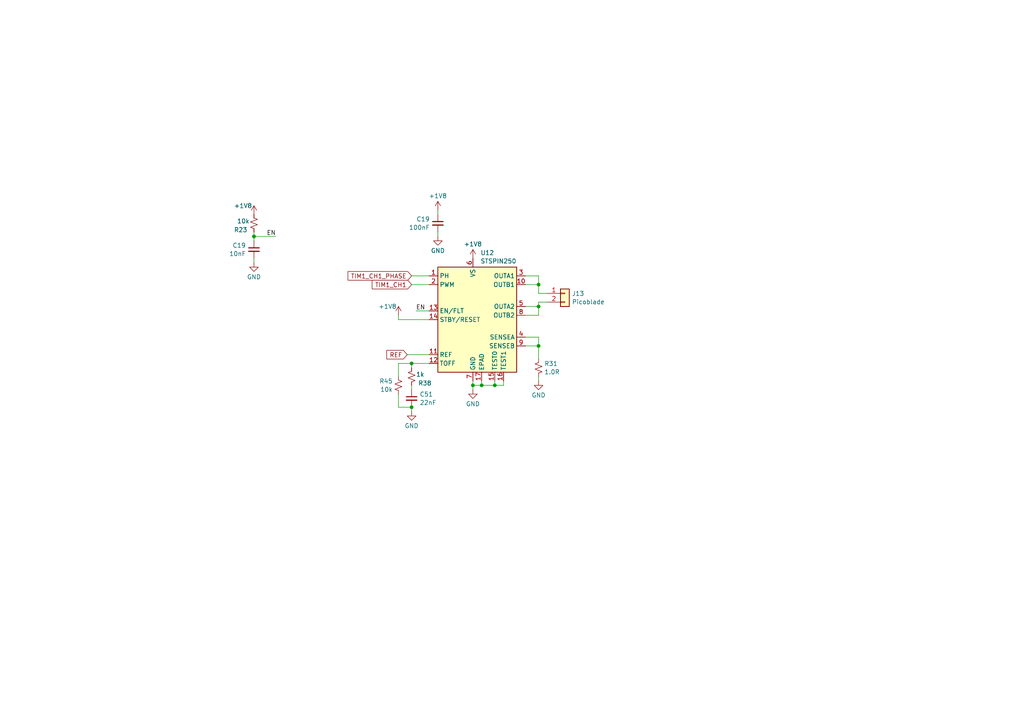
<source format=kicad_sch>
(kicad_sch (version 20230121) (generator eeschema)

  (uuid d3ae3c29-a710-4f7b-94c4-9f99cb159c5b)

  (paper "A4")

  (lib_symbols
    (symbol "Connector_Generic:Conn_01x02" (pin_names (offset 1.016) hide) (in_bom yes) (on_board yes)
      (property "Reference" "J" (at 0 2.54 0)
        (effects (font (size 1.27 1.27)))
      )
      (property "Value" "Conn_01x02" (at 0 -5.08 0)
        (effects (font (size 1.27 1.27)))
      )
      (property "Footprint" "" (at 0 0 0)
        (effects (font (size 1.27 1.27)) hide)
      )
      (property "Datasheet" "~" (at 0 0 0)
        (effects (font (size 1.27 1.27)) hide)
      )
      (property "ki_keywords" "connector" (at 0 0 0)
        (effects (font (size 1.27 1.27)) hide)
      )
      (property "ki_description" "Generic connector, single row, 01x02, script generated (kicad-library-utils/schlib/autogen/connector/)" (at 0 0 0)
        (effects (font (size 1.27 1.27)) hide)
      )
      (property "ki_fp_filters" "Connector*:*_1x??_*" (at 0 0 0)
        (effects (font (size 1.27 1.27)) hide)
      )
      (symbol "Conn_01x02_1_1"
        (rectangle (start -1.27 -2.413) (end 0 -2.667)
          (stroke (width 0.1524) (type default))
          (fill (type none))
        )
        (rectangle (start -1.27 0.127) (end 0 -0.127)
          (stroke (width 0.1524) (type default))
          (fill (type none))
        )
        (rectangle (start -1.27 1.27) (end 1.27 -3.81)
          (stroke (width 0.254) (type default))
          (fill (type background))
        )
        (pin passive line (at -5.08 0 0) (length 3.81)
          (name "Pin_1" (effects (font (size 1.27 1.27))))
          (number "1" (effects (font (size 1.27 1.27))))
        )
        (pin passive line (at -5.08 -2.54 0) (length 3.81)
          (name "Pin_2" (effects (font (size 1.27 1.27))))
          (number "2" (effects (font (size 1.27 1.27))))
        )
      )
    )
    (symbol "Device:C_Small" (pin_numbers hide) (pin_names (offset 0.254) hide) (in_bom yes) (on_board yes)
      (property "Reference" "C" (at 0.254 1.778 0)
        (effects (font (size 1.27 1.27)) (justify left))
      )
      (property "Value" "C_Small" (at 0.254 -2.032 0)
        (effects (font (size 1.27 1.27)) (justify left))
      )
      (property "Footprint" "" (at 0 0 0)
        (effects (font (size 1.27 1.27)) hide)
      )
      (property "Datasheet" "~" (at 0 0 0)
        (effects (font (size 1.27 1.27)) hide)
      )
      (property "ki_keywords" "capacitor cap" (at 0 0 0)
        (effects (font (size 1.27 1.27)) hide)
      )
      (property "ki_description" "Unpolarized capacitor, small symbol" (at 0 0 0)
        (effects (font (size 1.27 1.27)) hide)
      )
      (property "ki_fp_filters" "C_*" (at 0 0 0)
        (effects (font (size 1.27 1.27)) hide)
      )
      (symbol "C_Small_0_1"
        (polyline
          (pts
            (xy -1.524 -0.508)
            (xy 1.524 -0.508)
          )
          (stroke (width 0.3302) (type default))
          (fill (type none))
        )
        (polyline
          (pts
            (xy -1.524 0.508)
            (xy 1.524 0.508)
          )
          (stroke (width 0.3048) (type default))
          (fill (type none))
        )
      )
      (symbol "C_Small_1_1"
        (pin passive line (at 0 2.54 270) (length 2.032)
          (name "~" (effects (font (size 1.27 1.27))))
          (number "1" (effects (font (size 1.27 1.27))))
        )
        (pin passive line (at 0 -2.54 90) (length 2.032)
          (name "~" (effects (font (size 1.27 1.27))))
          (number "2" (effects (font (size 1.27 1.27))))
        )
      )
    )
    (symbol "Device:R_Small_US" (pin_numbers hide) (pin_names (offset 0.254) hide) (in_bom yes) (on_board yes)
      (property "Reference" "R" (at 0.762 0.508 0)
        (effects (font (size 1.27 1.27)) (justify left))
      )
      (property "Value" "R_Small_US" (at 0.762 -1.016 0)
        (effects (font (size 1.27 1.27)) (justify left))
      )
      (property "Footprint" "" (at 0 0 0)
        (effects (font (size 1.27 1.27)) hide)
      )
      (property "Datasheet" "~" (at 0 0 0)
        (effects (font (size 1.27 1.27)) hide)
      )
      (property "ki_keywords" "r resistor" (at 0 0 0)
        (effects (font (size 1.27 1.27)) hide)
      )
      (property "ki_description" "Resistor, small US symbol" (at 0 0 0)
        (effects (font (size 1.27 1.27)) hide)
      )
      (property "ki_fp_filters" "R_*" (at 0 0 0)
        (effects (font (size 1.27 1.27)) hide)
      )
      (symbol "R_Small_US_1_1"
        (polyline
          (pts
            (xy 0 0)
            (xy 1.016 -0.381)
            (xy 0 -0.762)
            (xy -1.016 -1.143)
            (xy 0 -1.524)
          )
          (stroke (width 0) (type default))
          (fill (type none))
        )
        (polyline
          (pts
            (xy 0 1.524)
            (xy 1.016 1.143)
            (xy 0 0.762)
            (xy -1.016 0.381)
            (xy 0 0)
          )
          (stroke (width 0) (type default))
          (fill (type none))
        )
        (pin passive line (at 0 2.54 270) (length 1.016)
          (name "~" (effects (font (size 1.27 1.27))))
          (number "1" (effects (font (size 1.27 1.27))))
        )
        (pin passive line (at 0 -2.54 90) (length 1.016)
          (name "~" (effects (font (size 1.27 1.27))))
          (number "2" (effects (font (size 1.27 1.27))))
        )
      )
    )
    (symbol "components_2:STSPIN250" (in_bom yes) (on_board yes)
      (property "Reference" "U" (at 6.35 21.59 0)
        (effects (font (size 1.27 1.27)))
      )
      (property "Value" "STSPIN250" (at 11.43 19.05 0)
        (effects (font (size 1.27 1.27)))
      )
      (property "Footprint" "" (at 0 24.13 0)
        (effects (font (size 1.27 1.27)) hide)
      )
      (property "Datasheet" "" (at 0 24.13 0)
        (effects (font (size 1.27 1.27)) hide)
      )
      (symbol "STSPIN250_0_1"
        (rectangle (start -10.16 15.24) (end 12.7 -15.24)
          (stroke (width 0.254) (type default))
          (fill (type background))
        )
      )
      (symbol "STSPIN250_1_1"
        (pin input line (at -12.7 12.7 0) (length 2.54)
          (name "PH" (effects (font (size 1.27 1.27))))
          (number "1" (effects (font (size 1.27 1.27))))
        )
        (pin power_out line (at 15.24 10.16 180) (length 2.54)
          (name "OUTB1" (effects (font (size 1.27 1.27))))
          (number "10" (effects (font (size 1.27 1.27))))
        )
        (pin input line (at -12.7 -10.16 0) (length 2.54)
          (name "REF" (effects (font (size 1.27 1.27))))
          (number "11" (effects (font (size 1.27 1.27))))
        )
        (pin input line (at -12.7 -12.7 0) (length 2.54)
          (name "TOFF" (effects (font (size 1.27 1.27))))
          (number "12" (effects (font (size 1.27 1.27))))
        )
        (pin bidirectional line (at -12.7 2.54 0) (length 2.54)
          (name "EN/FLT" (effects (font (size 1.27 1.27))))
          (number "13" (effects (font (size 1.27 1.27))))
        )
        (pin input line (at -12.7 0 0) (length 2.54)
          (name "STBY/RESET" (effects (font (size 1.27 1.27))))
          (number "14" (effects (font (size 1.27 1.27))))
        )
        (pin input line (at 6.35 -17.78 90) (length 2.54)
          (name "TEST0" (effects (font (size 1.27 1.27))))
          (number "15" (effects (font (size 1.27 1.27))))
        )
        (pin input line (at 8.89 -17.78 90) (length 2.54)
          (name "TEST1" (effects (font (size 1.27 1.27))))
          (number "16" (effects (font (size 1.27 1.27))))
        )
        (pin power_in line (at 2.54 -17.78 90) (length 2.54)
          (name "EPAD" (effects (font (size 1.27 1.27))))
          (number "17" (effects (font (size 1.27 1.27))))
        )
        (pin input line (at -12.7 10.16 0) (length 2.54)
          (name "PWM" (effects (font (size 1.27 1.27))))
          (number "2" (effects (font (size 1.27 1.27))))
        )
        (pin power_out line (at 15.24 12.7 180) (length 2.54)
          (name "OUTA1" (effects (font (size 1.27 1.27))))
          (number "3" (effects (font (size 1.27 1.27))))
        )
        (pin power_out line (at 15.24 -5.08 180) (length 2.54)
          (name "SENSEA" (effects (font (size 1.27 1.27))))
          (number "4" (effects (font (size 1.27 1.27))))
        )
        (pin power_out line (at 15.24 3.81 180) (length 2.54)
          (name "OUTA2" (effects (font (size 1.27 1.27))))
          (number "5" (effects (font (size 1.27 1.27))))
        )
        (pin power_in line (at 0 17.78 270) (length 2.54)
          (name "VS" (effects (font (size 1.27 1.27))))
          (number "6" (effects (font (size 1.27 1.27))))
        )
        (pin power_in line (at 0 -17.78 90) (length 2.54)
          (name "GND" (effects (font (size 1.27 1.27))))
          (number "7" (effects (font (size 1.27 1.27))))
        )
        (pin power_out line (at 15.24 1.27 180) (length 2.54)
          (name "OUTB2" (effects (font (size 1.27 1.27))))
          (number "8" (effects (font (size 1.27 1.27))))
        )
        (pin power_out line (at 15.24 -7.62 180) (length 2.54)
          (name "SENSEB" (effects (font (size 1.27 1.27))))
          (number "9" (effects (font (size 1.27 1.27))))
        )
      )
    )
    (symbol "power:+1V8" (power) (pin_names (offset 0)) (in_bom yes) (on_board yes)
      (property "Reference" "#PWR" (at 0 -3.81 0)
        (effects (font (size 1.27 1.27)) hide)
      )
      (property "Value" "+1V8" (at 0 3.556 0)
        (effects (font (size 1.27 1.27)))
      )
      (property "Footprint" "" (at 0 0 0)
        (effects (font (size 1.27 1.27)) hide)
      )
      (property "Datasheet" "" (at 0 0 0)
        (effects (font (size 1.27 1.27)) hide)
      )
      (property "ki_keywords" "global power" (at 0 0 0)
        (effects (font (size 1.27 1.27)) hide)
      )
      (property "ki_description" "Power symbol creates a global label with name \"+1V8\"" (at 0 0 0)
        (effects (font (size 1.27 1.27)) hide)
      )
      (symbol "+1V8_0_1"
        (polyline
          (pts
            (xy -0.762 1.27)
            (xy 0 2.54)
          )
          (stroke (width 0) (type default))
          (fill (type none))
        )
        (polyline
          (pts
            (xy 0 0)
            (xy 0 2.54)
          )
          (stroke (width 0) (type default))
          (fill (type none))
        )
        (polyline
          (pts
            (xy 0 2.54)
            (xy 0.762 1.27)
          )
          (stroke (width 0) (type default))
          (fill (type none))
        )
      )
      (symbol "+1V8_1_1"
        (pin power_in line (at 0 0 90) (length 0) hide
          (name "+1V8" (effects (font (size 1.27 1.27))))
          (number "1" (effects (font (size 1.27 1.27))))
        )
      )
    )
    (symbol "power:GND" (power) (pin_names (offset 0)) (in_bom yes) (on_board yes)
      (property "Reference" "#PWR" (at 0 -6.35 0)
        (effects (font (size 1.27 1.27)) hide)
      )
      (property "Value" "GND" (at 0 -3.81 0)
        (effects (font (size 1.27 1.27)))
      )
      (property "Footprint" "" (at 0 0 0)
        (effects (font (size 1.27 1.27)) hide)
      )
      (property "Datasheet" "" (at 0 0 0)
        (effects (font (size 1.27 1.27)) hide)
      )
      (property "ki_keywords" "global power" (at 0 0 0)
        (effects (font (size 1.27 1.27)) hide)
      )
      (property "ki_description" "Power symbol creates a global label with name \"GND\" , ground" (at 0 0 0)
        (effects (font (size 1.27 1.27)) hide)
      )
      (symbol "GND_0_1"
        (polyline
          (pts
            (xy 0 0)
            (xy 0 -1.27)
            (xy 1.27 -1.27)
            (xy 0 -2.54)
            (xy -1.27 -1.27)
            (xy 0 -1.27)
          )
          (stroke (width 0) (type default))
          (fill (type none))
        )
      )
      (symbol "GND_1_1"
        (pin power_in line (at 0 0 270) (length 0) hide
          (name "GND" (effects (font (size 1.27 1.27))))
          (number "1" (effects (font (size 1.27 1.27))))
        )
      )
    )
  )

  (junction (at 156.21 88.9) (diameter 0) (color 0 0 0 0)
    (uuid 434cb4db-e008-497a-ac75-29356549856d)
  )
  (junction (at 156.21 82.55) (diameter 0) (color 0 0 0 0)
    (uuid 73c65292-b353-4b6d-8478-edeff7afb8c7)
  )
  (junction (at 119.38 118.11) (diameter 0) (color 0 0 0 0)
    (uuid 94b6b8c9-8047-4795-9a9c-fb7cd95c839f)
  )
  (junction (at 156.21 100.33) (diameter 0) (color 0 0 0 0)
    (uuid a7a6fb4e-42d6-42a7-bbf0-d6c88e0348fa)
  )
  (junction (at 143.51 111.76) (diameter 0) (color 0 0 0 0)
    (uuid b3b1cf1f-3840-4d7e-9047-79997c3d87d6)
  )
  (junction (at 137.16 111.76) (diameter 0) (color 0 0 0 0)
    (uuid cbccabf5-514d-4f33-a5e2-8afd2e5196d0)
  )
  (junction (at 119.38 105.41) (diameter 0) (color 0 0 0 0)
    (uuid e8e8b19e-38ee-46f6-abe7-2eb9415a0c45)
  )
  (junction (at 73.66 68.58) (diameter 0) (color 0 0 0 0)
    (uuid eb649808-8b14-49cc-b5ef-39940b2e69a2)
  )
  (junction (at 139.7 111.76) (diameter 0) (color 0 0 0 0)
    (uuid ef668624-f822-4384-8bde-da48dda47b2b)
  )

  (wire (pts (xy 73.66 67.31) (xy 73.66 68.58))
    (stroke (width 0) (type default))
    (uuid 01c965f6-ec86-4a96-a623-ab4159183b13)
  )
  (wire (pts (xy 158.75 87.63) (xy 156.21 87.63))
    (stroke (width 0) (type default))
    (uuid 03cd1acd-860c-41b6-a0cf-6e5051d36e0a)
  )
  (wire (pts (xy 119.38 82.55) (xy 124.46 82.55))
    (stroke (width 0) (type default))
    (uuid 03ce109a-cc8a-4e14-8f98-e5157bcbf9f3)
  )
  (wire (pts (xy 119.38 119.38) (xy 119.38 118.11))
    (stroke (width 0) (type default))
    (uuid 0b449ecc-9c82-4820-8698-d2d4d1a6b484)
  )
  (wire (pts (xy 152.4 91.44) (xy 156.21 91.44))
    (stroke (width 0) (type default))
    (uuid 0eadbab4-a729-4a40-b7f8-df60fec4a64f)
  )
  (wire (pts (xy 115.57 92.71) (xy 124.46 92.71))
    (stroke (width 0) (type default))
    (uuid 0f466d35-9b0b-4ceb-b8cd-ea19adb3e898)
  )
  (wire (pts (xy 143.51 111.76) (xy 143.51 110.49))
    (stroke (width 0) (type default))
    (uuid 19da91f9-6a5f-48be-9fcf-aa2467619f8e)
  )
  (wire (pts (xy 156.21 100.33) (xy 156.21 104.14))
    (stroke (width 0) (type default))
    (uuid 1b9f4e11-f494-4182-b389-bc772a267783)
  )
  (wire (pts (xy 115.57 105.41) (xy 119.38 105.41))
    (stroke (width 0) (type default))
    (uuid 20724527-7776-4670-b0cc-9f7d650e952e)
  )
  (wire (pts (xy 156.21 97.79) (xy 156.21 100.33))
    (stroke (width 0) (type default))
    (uuid 23522f3e-82c7-4660-bf36-698bed9ff747)
  )
  (wire (pts (xy 115.57 105.41) (xy 115.57 109.22))
    (stroke (width 0) (type default))
    (uuid 266f7f8c-85f0-4bfc-ac14-3e43d1278dbb)
  )
  (wire (pts (xy 118.11 102.87) (xy 124.46 102.87))
    (stroke (width 0) (type default))
    (uuid 281cc014-5e66-4632-bf75-9540f4ceba37)
  )
  (wire (pts (xy 139.7 111.76) (xy 143.51 111.76))
    (stroke (width 0) (type default))
    (uuid 2c7a6d3a-27d4-47e9-a4c8-a2f54c3346dd)
  )
  (wire (pts (xy 73.66 74.93) (xy 73.66 76.2))
    (stroke (width 0) (type default))
    (uuid 2d65ecec-4b0a-4a0b-b0b0-ecb83f561802)
  )
  (wire (pts (xy 115.57 91.44) (xy 115.57 92.71))
    (stroke (width 0) (type default))
    (uuid 2e373b68-696b-43be-8c67-9f63ce48e298)
  )
  (wire (pts (xy 119.38 111.76) (xy 119.38 113.03))
    (stroke (width 0) (type default))
    (uuid 2e7aa4f7-2f59-45c0-9c9e-df1fa5d386ac)
  )
  (wire (pts (xy 156.21 88.9) (xy 156.21 91.44))
    (stroke (width 0) (type default))
    (uuid 445ea813-6607-4352-8695-0473fe659a8a)
  )
  (wire (pts (xy 137.16 111.76) (xy 137.16 113.03))
    (stroke (width 0) (type default))
    (uuid 45a19862-9131-4617-be6d-7f257a3c5054)
  )
  (wire (pts (xy 139.7 111.76) (xy 139.7 110.49))
    (stroke (width 0) (type default))
    (uuid 487c0dd1-8201-4f33-b8f2-393144b038f8)
  )
  (wire (pts (xy 146.05 111.76) (xy 146.05 110.49))
    (stroke (width 0) (type default))
    (uuid 4ce01599-ccbc-4594-b42d-d099858787a8)
  )
  (wire (pts (xy 137.16 110.49) (xy 137.16 111.76))
    (stroke (width 0) (type default))
    (uuid 603a7429-cd78-4607-ab5d-caf3dfa7385e)
  )
  (wire (pts (xy 73.66 68.58) (xy 80.01 68.58))
    (stroke (width 0) (type default))
    (uuid 6a636cb9-5626-45bc-ab0e-4cb990a6f2aa)
  )
  (wire (pts (xy 156.21 85.09) (xy 158.75 85.09))
    (stroke (width 0) (type default))
    (uuid 6d3e1bae-fd32-4e05-b28b-78396ec183c2)
  )
  (wire (pts (xy 127 67.31) (xy 127 68.58))
    (stroke (width 0) (type default))
    (uuid 78851fe2-9688-4dbc-9a81-e27ce981c1f3)
  )
  (wire (pts (xy 156.21 82.55) (xy 156.21 85.09))
    (stroke (width 0) (type default))
    (uuid 815d45b0-8540-4fa8-8a69-4ab3476e3638)
  )
  (wire (pts (xy 152.4 82.55) (xy 156.21 82.55))
    (stroke (width 0) (type default))
    (uuid 911ea3c5-c522-48e4-b8b7-ffe02eb55a93)
  )
  (wire (pts (xy 143.51 111.76) (xy 146.05 111.76))
    (stroke (width 0) (type default))
    (uuid 91d6b792-46f7-47f9-91e4-44f1397bc96d)
  )
  (wire (pts (xy 152.4 97.79) (xy 156.21 97.79))
    (stroke (width 0) (type default))
    (uuid a13d80eb-dd9f-4a70-b224-482e1c96e3df)
  )
  (wire (pts (xy 73.66 68.58) (xy 73.66 69.85))
    (stroke (width 0) (type default))
    (uuid a22eafdc-8b4d-4f9f-9d12-e47513b7ed0b)
  )
  (wire (pts (xy 156.21 88.9) (xy 152.4 88.9))
    (stroke (width 0) (type default))
    (uuid a660deba-e634-41a5-9be9-1acdd54ca362)
  )
  (wire (pts (xy 119.38 80.01) (xy 124.46 80.01))
    (stroke (width 0) (type default))
    (uuid af5d1c26-56d3-4cbb-9904-d044419d74eb)
  )
  (wire (pts (xy 152.4 100.33) (xy 156.21 100.33))
    (stroke (width 0) (type default))
    (uuid b7184f51-76fc-4818-af53-3af825e81bd1)
  )
  (wire (pts (xy 115.57 118.11) (xy 119.38 118.11))
    (stroke (width 0) (type default))
    (uuid c318da2f-fddf-4636-993e-5bc7cca1beac)
  )
  (wire (pts (xy 156.21 80.01) (xy 156.21 82.55))
    (stroke (width 0) (type default))
    (uuid df2ba190-63ee-43e9-80ec-603bc7b1877f)
  )
  (wire (pts (xy 137.16 111.76) (xy 139.7 111.76))
    (stroke (width 0) (type default))
    (uuid e3059f48-6eba-4772-a1e5-7160201bb03c)
  )
  (wire (pts (xy 120.65 90.17) (xy 124.46 90.17))
    (stroke (width 0) (type default))
    (uuid e9a31b84-fa76-47dc-b181-4530f0359c14)
  )
  (wire (pts (xy 156.21 109.22) (xy 156.21 110.49))
    (stroke (width 0) (type default))
    (uuid eb020714-22ff-400a-b95c-78631cd48784)
  )
  (wire (pts (xy 119.38 105.41) (xy 119.38 106.68))
    (stroke (width 0) (type default))
    (uuid f1eb8655-58c5-4a22-8f79-c4cc1f1bf9d1)
  )
  (wire (pts (xy 127 60.96) (xy 127 62.23))
    (stroke (width 0) (type default))
    (uuid f720122c-4380-418b-9614-9675d2e484e4)
  )
  (wire (pts (xy 115.57 114.3) (xy 115.57 118.11))
    (stroke (width 0) (type default))
    (uuid f7316a7e-2476-4819-8fb7-96fb7a77e1e5)
  )
  (wire (pts (xy 119.38 105.41) (xy 124.46 105.41))
    (stroke (width 0) (type default))
    (uuid f7a28afd-0294-4a52-a35d-87b0cb052b0f)
  )
  (wire (pts (xy 156.21 87.63) (xy 156.21 88.9))
    (stroke (width 0) (type default))
    (uuid fd07932c-b6c9-4dc1-bdde-48111e3bddea)
  )
  (wire (pts (xy 152.4 80.01) (xy 156.21 80.01))
    (stroke (width 0) (type default))
    (uuid fd3999ed-52e0-460b-b2ea-b4287d468792)
  )

  (label "EN" (at 120.65 90.17 0) (fields_autoplaced)
    (effects (font (size 1.27 1.27)) (justify left bottom))
    (uuid cc3ae181-a2dc-4730-89a8-d239b9afe088)
  )
  (label "EN" (at 80.01 68.58 180) (fields_autoplaced)
    (effects (font (size 1.27 1.27)) (justify right bottom))
    (uuid eb659e25-467f-463d-b2cd-5b8f52b42a9f)
  )

  (global_label "TIM1_CH1" (shape input) (at 119.38 82.55 180) (fields_autoplaced)
    (effects (font (size 1.27 1.27)) (justify right))
    (uuid 733623db-7cc1-4410-880b-163fe5393d96)
    (property "Intersheetrefs" "${INTERSHEET_REFS}" (at 107.3839 82.55 0)
      (effects (font (size 1.27 1.27)) (justify right) hide)
    )
  )
  (global_label "TIM1_CH1_PHASE" (shape input) (at 119.38 80.01 180) (fields_autoplaced)
    (effects (font (size 1.27 1.27)) (justify right))
    (uuid 7b33e5c3-f5e7-42a5-8b2a-d42482674468)
    (property "Intersheetrefs" "${INTERSHEET_REFS}" (at 100.3687 80.01 0)
      (effects (font (size 1.27 1.27)) (justify right) hide)
    )
  )
  (global_label "REF" (shape input) (at 118.11 102.87 180) (fields_autoplaced)
    (effects (font (size 1.27 1.27)) (justify right))
    (uuid ce43d342-4bb8-4a0e-a9e1-b174e5359892)
    (property "Intersheetrefs" "${INTERSHEET_REFS}" (at 111.6172 102.87 0)
      (effects (font (size 1.27 1.27)) (justify right) hide)
    )
  )

  (symbol (lib_id "components_2:STSPIN250") (at 137.16 92.71 0) (unit 1)
    (in_bom yes) (on_board yes) (dnp no) (fields_autoplaced)
    (uuid 19eeca92-6ca8-4a31-b672-8fde65669788)
    (property "Reference" "U12" (at 139.3541 73.3257 0)
      (effects (font (size 1.27 1.27)) (justify left))
    )
    (property "Value" "STSPIN250" (at 139.3541 75.7499 0)
      (effects (font (size 1.27 1.27)) (justify left))
    )
    (property "Footprint" "Ultra_librarian:VFQFPN16_STSPIN_STM" (at 137.16 68.58 0)
      (effects (font (size 1.27 1.27)) hide)
    )
    (property "Datasheet" "" (at 137.16 68.58 0)
      (effects (font (size 1.27 1.27)) hide)
    )
    (property "LCSC" "C155561" (at 137.16 92.71 0)
      (effects (font (size 1.27 1.27)) hide)
    )
    (pin "1" (uuid e46c6c14-ad89-41e7-8adc-19629b9363a5))
    (pin "10" (uuid 97811da0-6c20-4a56-8acc-ede948d652a4))
    (pin "11" (uuid 6cd8da83-5e41-42b5-9795-1502d753ce59))
    (pin "12" (uuid 5072d2bc-849c-45b0-86a6-f246efd8c396))
    (pin "13" (uuid 4e2c5edb-598c-4673-981e-bcf1a29386c7))
    (pin "14" (uuid ed236e16-818c-40c0-8947-e853eeccb1af))
    (pin "15" (uuid 027bc0af-25d8-4ee4-b50a-e4daa7fb83c4))
    (pin "16" (uuid 1f78152d-2d05-4851-8d13-4c6d33a2c056))
    (pin "17" (uuid 2a41c778-4014-4d8b-a467-265f45364098))
    (pin "2" (uuid d0ed151e-5bd0-4e9e-9f18-83566a9c2c95))
    (pin "3" (uuid e5cded07-f179-4277-acae-df617063fae1))
    (pin "4" (uuid 7dcbdaa4-9ce3-441b-bc2b-1453d2e23489))
    (pin "5" (uuid 73c7dc44-4717-45ba-9c72-8d83ddba3050))
    (pin "6" (uuid b625d927-c8b1-4d35-b443-f77956de00b2))
    (pin "7" (uuid fac90f5f-7773-4d00-a29d-cf122037bab4))
    (pin "8" (uuid a5d3c886-c924-40c6-89f2-10d7a9adb180))
    (pin "9" (uuid 917c6d82-403f-49be-8bb7-e6186ace1d0d))
    (instances
      (project "KASM_PCB_REV1"
        (path "/bcd76057-59fd-41c5-bb52-9bafb2ef74e0/04e958db-aa3d-41e7-905b-1283accbf3a5"
          (reference "U12") (unit 1)
        )
        (path "/bcd76057-59fd-41c5-bb52-9bafb2ef74e0/04e958db-aa3d-41e7-905b-1283accbf3a5/18dc00ae-3159-4780-b672-12977f79e5ac"
          (reference "U5") (unit 1)
        )
        (path "/bcd76057-59fd-41c5-bb52-9bafb2ef74e0/04e958db-aa3d-41e7-905b-1283accbf3a5/0e4a8bf2-0dd0-4daf-93f5-21aaab6e9079"
          (reference "U12") (unit 1)
        )
        (path "/bcd76057-59fd-41c5-bb52-9bafb2ef74e0/04e958db-aa3d-41e7-905b-1283accbf3a5/fa3e3175-0ec2-4c23-918b-18b69f6d22c9"
          (reference "U7") (unit 1)
        )
        (path "/bcd76057-59fd-41c5-bb52-9bafb2ef74e0/04e958db-aa3d-41e7-905b-1283accbf3a5/e0928f68-e618-4bed-a90d-d4217e4537fe"
          (reference "U35") (unit 1)
        )
        (path "/bcd76057-59fd-41c5-bb52-9bafb2ef74e0/04e958db-aa3d-41e7-905b-1283accbf3a5/035548b8-a31f-4ce4-88ad-eb25e49c8086"
          (reference "U36") (unit 1)
        )
        (path "/bcd76057-59fd-41c5-bb52-9bafb2ef74e0/04e958db-aa3d-41e7-905b-1283accbf3a5/ea7abcee-3bcc-4e0d-ba1f-bfc5afeaff56"
          (reference "U37") (unit 1)
        )
        (path "/bcd76057-59fd-41c5-bb52-9bafb2ef74e0/04e958db-aa3d-41e7-905b-1283accbf3a5/d43b2610-0e88-49f5-accf-91021c3a3747"
          (reference "U38") (unit 1)
        )
        (path "/bcd76057-59fd-41c5-bb52-9bafb2ef74e0/04e958db-aa3d-41e7-905b-1283accbf3a5/183aa310-3222-4137-baac-257f5699b820"
          (reference "U39") (unit 1)
        )
        (path "/bcd76057-59fd-41c5-bb52-9bafb2ef74e0/04e958db-aa3d-41e7-905b-1283accbf3a5/517c7ed0-094c-4bf8-893e-b74da427973a"
          (reference "U40") (unit 1)
        )
        (path "/bcd76057-59fd-41c5-bb52-9bafb2ef74e0/04e958db-aa3d-41e7-905b-1283accbf3a5/31bee4a8-b94d-44ab-a7b7-0e5ab7943934"
          (reference "U41") (unit 1)
        )
        (path "/bcd76057-59fd-41c5-bb52-9bafb2ef74e0/04e958db-aa3d-41e7-905b-1283accbf3a5/3c7f0f67-84e4-46e0-ae69-a3c8008fc518"
          (reference "U42") (unit 1)
        )
        (path "/bcd76057-59fd-41c5-bb52-9bafb2ef74e0/04e958db-aa3d-41e7-905b-1283accbf3a5/09624144-9abc-4214-b8b3-19be92fa01bb"
          (reference "U43") (unit 1)
        )
        (path "/bcd76057-59fd-41c5-bb52-9bafb2ef74e0/04e958db-aa3d-41e7-905b-1283accbf3a5/debcf873-ffd9-4218-a838-354e10f40114"
          (reference "U44") (unit 1)
        )
        (path "/bcd76057-59fd-41c5-bb52-9bafb2ef74e0/04e958db-aa3d-41e7-905b-1283accbf3a5/f3d20732-cdac-44e3-a331-3cd31b97ff57"
          (reference "U45") (unit 1)
        )
        (path "/bcd76057-59fd-41c5-bb52-9bafb2ef74e0/04e958db-aa3d-41e7-905b-1283accbf3a5/d282b751-7721-4014-b2b7-469980c2fd3d"
          (reference "U46") (unit 1)
        )
        (path "/bcd76057-59fd-41c5-bb52-9bafb2ef74e0/04e958db-aa3d-41e7-905b-1283accbf3a5/2f342150-1aa1-4808-811e-c8652a7360ed"
          (reference "U47") (unit 1)
        )
        (path "/bcd76057-59fd-41c5-bb52-9bafb2ef74e0/04e958db-aa3d-41e7-905b-1283accbf3a5/880b3b36-85e8-4c3c-aa09-491ac2842d9f"
          (reference "U48") (unit 1)
        )
        (path "/bcd76057-59fd-41c5-bb52-9bafb2ef74e0/04e958db-aa3d-41e7-905b-1283accbf3a5/a00a6dc6-5da7-4e1f-b4ec-6af8efc204f4"
          (reference "U49") (unit 1)
        )
        (path "/bcd76057-59fd-41c5-bb52-9bafb2ef74e0/04e958db-aa3d-41e7-905b-1283accbf3a5/fb97f32a-344e-42d0-80a3-2f30f649c95b"
          (reference "U50") (unit 1)
        )
        (path "/bcd76057-59fd-41c5-bb52-9bafb2ef74e0/04e958db-aa3d-41e7-905b-1283accbf3a5/758d2951-640e-4c88-be12-1a100eb086a5"
          (reference "U51") (unit 1)
        )
        (path "/bcd76057-59fd-41c5-bb52-9bafb2ef74e0/04e958db-aa3d-41e7-905b-1283accbf3a5/1e6d7f69-4122-453e-9254-d2339f5150d7"
          (reference "U52") (unit 1)
        )
        (path "/bcd76057-59fd-41c5-bb52-9bafb2ef74e0/04e958db-aa3d-41e7-905b-1283accbf3a5/cc8e9e82-b38f-4c96-81d0-3ca8ac77f771"
          (reference "U53") (unit 1)
        )
        (path "/bcd76057-59fd-41c5-bb52-9bafb2ef74e0/04e958db-aa3d-41e7-905b-1283accbf3a5/b1894ed9-6a63-4439-a2e8-1827c3e49ee7"
          (reference "U54") (unit 1)
        )
        (path "/bcd76057-59fd-41c5-bb52-9bafb2ef74e0/04e958db-aa3d-41e7-905b-1283accbf3a5/a49d49c7-da1f-4137-a620-bdc9f58595d1"
          (reference "U55") (unit 1)
        )
        (path "/bcd76057-59fd-41c5-bb52-9bafb2ef74e0/04e958db-aa3d-41e7-905b-1283accbf3a5/80cd4e08-0efe-488f-8e92-54beb1b4d1f2"
          (reference "U56") (unit 1)
        )
        (path "/bcd76057-59fd-41c5-bb52-9bafb2ef74e0/04e958db-aa3d-41e7-905b-1283accbf3a5/317da025-5f62-4c93-8d06-7954e608af1c"
          (reference "U57") (unit 1)
        )
        (path "/bcd76057-59fd-41c5-bb52-9bafb2ef74e0/04e958db-aa3d-41e7-905b-1283accbf3a5/5eb57887-e81e-4477-9dd7-7aacc0de0d0b"
          (reference "U34") (unit 1)
        )
      )
    )
  )

  (symbol (lib_id "power:GND") (at 119.38 119.38 0) (unit 1)
    (in_bom yes) (on_board yes) (dnp no)
    (uuid 1b560aea-f1d1-4242-9055-9226e0b1f112)
    (property "Reference" "#PWR0113" (at 119.38 125.73 0)
      (effects (font (size 1.27 1.27)) hide)
    )
    (property "Value" "GND" (at 119.38 123.5131 0)
      (effects (font (size 1.27 1.27)))
    )
    (property "Footprint" "" (at 119.38 119.38 0)
      (effects (font (size 1.27 1.27)) hide)
    )
    (property "Datasheet" "" (at 119.38 119.38 0)
      (effects (font (size 1.27 1.27)) hide)
    )
    (pin "1" (uuid 4637a27a-c5c6-4311-b6dc-3fecae4bd51a))
    (instances
      (project "KASM_PCB_REV1"
        (path "/bcd76057-59fd-41c5-bb52-9bafb2ef74e0/04e958db-aa3d-41e7-905b-1283accbf3a5"
          (reference "#PWR0113") (unit 1)
        )
        (path "/bcd76057-59fd-41c5-bb52-9bafb2ef74e0/04e958db-aa3d-41e7-905b-1283accbf3a5/18dc00ae-3159-4780-b672-12977f79e5ac"
          (reference "#PWR0106") (unit 1)
        )
        (path "/bcd76057-59fd-41c5-bb52-9bafb2ef74e0/04e958db-aa3d-41e7-905b-1283accbf3a5/0e4a8bf2-0dd0-4daf-93f5-21aaab6e9079"
          (reference "#PWR0262") (unit 1)
        )
        (path "/bcd76057-59fd-41c5-bb52-9bafb2ef74e0/04e958db-aa3d-41e7-905b-1283accbf3a5/fa3e3175-0ec2-4c23-918b-18b69f6d22c9"
          (reference "#PWR0108") (unit 1)
        )
        (path "/bcd76057-59fd-41c5-bb52-9bafb2ef74e0/04e958db-aa3d-41e7-905b-1283accbf3a5/e0928f68-e618-4bed-a90d-d4217e4537fe"
          (reference "#PWR0276") (unit 1)
        )
        (path "/bcd76057-59fd-41c5-bb52-9bafb2ef74e0/04e958db-aa3d-41e7-905b-1283accbf3a5/035548b8-a31f-4ce4-88ad-eb25e49c8086"
          (reference "#PWR0283") (unit 1)
        )
        (path "/bcd76057-59fd-41c5-bb52-9bafb2ef74e0/04e958db-aa3d-41e7-905b-1283accbf3a5/ea7abcee-3bcc-4e0d-ba1f-bfc5afeaff56"
          (reference "#PWR0290") (unit 1)
        )
        (path "/bcd76057-59fd-41c5-bb52-9bafb2ef74e0/04e958db-aa3d-41e7-905b-1283accbf3a5/d43b2610-0e88-49f5-accf-91021c3a3747"
          (reference "#PWR0297") (unit 1)
        )
        (path "/bcd76057-59fd-41c5-bb52-9bafb2ef74e0/04e958db-aa3d-41e7-905b-1283accbf3a5/183aa310-3222-4137-baac-257f5699b820"
          (reference "#PWR0304") (unit 1)
        )
        (path "/bcd76057-59fd-41c5-bb52-9bafb2ef74e0/04e958db-aa3d-41e7-905b-1283accbf3a5/517c7ed0-094c-4bf8-893e-b74da427973a"
          (reference "#PWR0311") (unit 1)
        )
        (path "/bcd76057-59fd-41c5-bb52-9bafb2ef74e0/04e958db-aa3d-41e7-905b-1283accbf3a5/31bee4a8-b94d-44ab-a7b7-0e5ab7943934"
          (reference "#PWR0318") (unit 1)
        )
        (path "/bcd76057-59fd-41c5-bb52-9bafb2ef74e0/04e958db-aa3d-41e7-905b-1283accbf3a5/3c7f0f67-84e4-46e0-ae69-a3c8008fc518"
          (reference "#PWR0325") (unit 1)
        )
        (path "/bcd76057-59fd-41c5-bb52-9bafb2ef74e0/04e958db-aa3d-41e7-905b-1283accbf3a5/09624144-9abc-4214-b8b3-19be92fa01bb"
          (reference "#PWR0332") (unit 1)
        )
        (path "/bcd76057-59fd-41c5-bb52-9bafb2ef74e0/04e958db-aa3d-41e7-905b-1283accbf3a5/debcf873-ffd9-4218-a838-354e10f40114"
          (reference "#PWR0339") (unit 1)
        )
        (path "/bcd76057-59fd-41c5-bb52-9bafb2ef74e0/04e958db-aa3d-41e7-905b-1283accbf3a5/f3d20732-cdac-44e3-a331-3cd31b97ff57"
          (reference "#PWR0346") (unit 1)
        )
        (path "/bcd76057-59fd-41c5-bb52-9bafb2ef74e0/04e958db-aa3d-41e7-905b-1283accbf3a5/d282b751-7721-4014-b2b7-469980c2fd3d"
          (reference "#PWR0353") (unit 1)
        )
        (path "/bcd76057-59fd-41c5-bb52-9bafb2ef74e0/04e958db-aa3d-41e7-905b-1283accbf3a5/2f342150-1aa1-4808-811e-c8652a7360ed"
          (reference "#PWR0360") (unit 1)
        )
        (path "/bcd76057-59fd-41c5-bb52-9bafb2ef74e0/04e958db-aa3d-41e7-905b-1283accbf3a5/880b3b36-85e8-4c3c-aa09-491ac2842d9f"
          (reference "#PWR0367") (unit 1)
        )
        (path "/bcd76057-59fd-41c5-bb52-9bafb2ef74e0/04e958db-aa3d-41e7-905b-1283accbf3a5/a00a6dc6-5da7-4e1f-b4ec-6af8efc204f4"
          (reference "#PWR0374") (unit 1)
        )
        (path "/bcd76057-59fd-41c5-bb52-9bafb2ef74e0/04e958db-aa3d-41e7-905b-1283accbf3a5/fb97f32a-344e-42d0-80a3-2f30f649c95b"
          (reference "#PWR0381") (unit 1)
        )
        (path "/bcd76057-59fd-41c5-bb52-9bafb2ef74e0/04e958db-aa3d-41e7-905b-1283accbf3a5/758d2951-640e-4c88-be12-1a100eb086a5"
          (reference "#PWR0388") (unit 1)
        )
        (path "/bcd76057-59fd-41c5-bb52-9bafb2ef74e0/04e958db-aa3d-41e7-905b-1283accbf3a5/1e6d7f69-4122-453e-9254-d2339f5150d7"
          (reference "#PWR0395") (unit 1)
        )
        (path "/bcd76057-59fd-41c5-bb52-9bafb2ef74e0/04e958db-aa3d-41e7-905b-1283accbf3a5/cc8e9e82-b38f-4c96-81d0-3ca8ac77f771"
          (reference "#PWR0402") (unit 1)
        )
        (path "/bcd76057-59fd-41c5-bb52-9bafb2ef74e0/04e958db-aa3d-41e7-905b-1283accbf3a5/b1894ed9-6a63-4439-a2e8-1827c3e49ee7"
          (reference "#PWR0409") (unit 1)
        )
        (path "/bcd76057-59fd-41c5-bb52-9bafb2ef74e0/04e958db-aa3d-41e7-905b-1283accbf3a5/a49d49c7-da1f-4137-a620-bdc9f58595d1"
          (reference "#PWR0416") (unit 1)
        )
        (path "/bcd76057-59fd-41c5-bb52-9bafb2ef74e0/04e958db-aa3d-41e7-905b-1283accbf3a5/80cd4e08-0efe-488f-8e92-54beb1b4d1f2"
          (reference "#PWR0423") (unit 1)
        )
        (path "/bcd76057-59fd-41c5-bb52-9bafb2ef74e0/04e958db-aa3d-41e7-905b-1283accbf3a5/317da025-5f62-4c93-8d06-7954e608af1c"
          (reference "#PWR0430") (unit 1)
        )
        (path "/bcd76057-59fd-41c5-bb52-9bafb2ef74e0/04e958db-aa3d-41e7-905b-1283accbf3a5/5eb57887-e81e-4477-9dd7-7aacc0de0d0b"
          (reference "#PWR0269") (unit 1)
        )
      )
    )
  )

  (symbol (lib_id "Device:R_Small_US") (at 115.57 111.76 0) (unit 1)
    (in_bom yes) (on_board yes) (dnp no)
    (uuid 1c0f638b-f20f-4b2e-b1b4-83a656ba64a2)
    (property "Reference" "R45" (at 113.919 110.5479 0)
      (effects (font (size 1.27 1.27)) (justify right))
    )
    (property "Value" "10k" (at 113.919 112.9721 0)
      (effects (font (size 1.27 1.27)) (justify right))
    )
    (property "Footprint" "Resistor_SMD:R_0402_1005Metric" (at 115.57 111.76 0)
      (effects (font (size 1.27 1.27)) hide)
    )
    (property "Datasheet" "~" (at 115.57 111.76 0)
      (effects (font (size 1.27 1.27)) hide)
    )
    (property "LCSC" "C25744" (at 115.57 111.76 0)
      (effects (font (size 1.27 1.27)) hide)
    )
    (pin "1" (uuid 32b177db-daf9-4a6b-9c8f-4c4a6aa2c23e))
    (pin "2" (uuid 07fe93d4-1469-4ba6-a4b1-0eeff5425a0e))
    (instances
      (project "KASM_PCB_REV1"
        (path "/bcd76057-59fd-41c5-bb52-9bafb2ef74e0/04e958db-aa3d-41e7-905b-1283accbf3a5"
          (reference "R45") (unit 1)
        )
        (path "/bcd76057-59fd-41c5-bb52-9bafb2ef74e0/04e958db-aa3d-41e7-905b-1283accbf3a5/18dc00ae-3159-4780-b672-12977f79e5ac"
          (reference "R45") (unit 1)
        )
        (path "/bcd76057-59fd-41c5-bb52-9bafb2ef74e0/04e958db-aa3d-41e7-905b-1283accbf3a5/0e4a8bf2-0dd0-4daf-93f5-21aaab6e9079"
          (reference "R110") (unit 1)
        )
        (path "/bcd76057-59fd-41c5-bb52-9bafb2ef74e0/04e958db-aa3d-41e7-905b-1283accbf3a5/fa3e3175-0ec2-4c23-918b-18b69f6d22c9"
          (reference "R40") (unit 1)
        )
        (path "/bcd76057-59fd-41c5-bb52-9bafb2ef74e0/04e958db-aa3d-41e7-905b-1283accbf3a5/e0928f68-e618-4bed-a90d-d4217e4537fe"
          (reference "R116") (unit 1)
        )
        (path "/bcd76057-59fd-41c5-bb52-9bafb2ef74e0/04e958db-aa3d-41e7-905b-1283accbf3a5/035548b8-a31f-4ce4-88ad-eb25e49c8086"
          (reference "R119") (unit 1)
        )
        (path "/bcd76057-59fd-41c5-bb52-9bafb2ef74e0/04e958db-aa3d-41e7-905b-1283accbf3a5/ea7abcee-3bcc-4e0d-ba1f-bfc5afeaff56"
          (reference "R122") (unit 1)
        )
        (path "/bcd76057-59fd-41c5-bb52-9bafb2ef74e0/04e958db-aa3d-41e7-905b-1283accbf3a5/d43b2610-0e88-49f5-accf-91021c3a3747"
          (reference "R125") (unit 1)
        )
        (path "/bcd76057-59fd-41c5-bb52-9bafb2ef74e0/04e958db-aa3d-41e7-905b-1283accbf3a5/183aa310-3222-4137-baac-257f5699b820"
          (reference "R128") (unit 1)
        )
        (path "/bcd76057-59fd-41c5-bb52-9bafb2ef74e0/04e958db-aa3d-41e7-905b-1283accbf3a5/517c7ed0-094c-4bf8-893e-b74da427973a"
          (reference "R131") (unit 1)
        )
        (path "/bcd76057-59fd-41c5-bb52-9bafb2ef74e0/04e958db-aa3d-41e7-905b-1283accbf3a5/31bee4a8-b94d-44ab-a7b7-0e5ab7943934"
          (reference "R134") (unit 1)
        )
        (path "/bcd76057-59fd-41c5-bb52-9bafb2ef74e0/04e958db-aa3d-41e7-905b-1283accbf3a5/3c7f0f67-84e4-46e0-ae69-a3c8008fc518"
          (reference "R137") (unit 1)
        )
        (path "/bcd76057-59fd-41c5-bb52-9bafb2ef74e0/04e958db-aa3d-41e7-905b-1283accbf3a5/09624144-9abc-4214-b8b3-19be92fa01bb"
          (reference "R140") (unit 1)
        )
        (path "/bcd76057-59fd-41c5-bb52-9bafb2ef74e0/04e958db-aa3d-41e7-905b-1283accbf3a5/debcf873-ffd9-4218-a838-354e10f40114"
          (reference "R143") (unit 1)
        )
        (path "/bcd76057-59fd-41c5-bb52-9bafb2ef74e0/04e958db-aa3d-41e7-905b-1283accbf3a5/f3d20732-cdac-44e3-a331-3cd31b97ff57"
          (reference "R146") (unit 1)
        )
        (path "/bcd76057-59fd-41c5-bb52-9bafb2ef74e0/04e958db-aa3d-41e7-905b-1283accbf3a5/d282b751-7721-4014-b2b7-469980c2fd3d"
          (reference "R149") (unit 1)
        )
        (path "/bcd76057-59fd-41c5-bb52-9bafb2ef74e0/04e958db-aa3d-41e7-905b-1283accbf3a5/2f342150-1aa1-4808-811e-c8652a7360ed"
          (reference "R152") (unit 1)
        )
        (path "/bcd76057-59fd-41c5-bb52-9bafb2ef74e0/04e958db-aa3d-41e7-905b-1283accbf3a5/880b3b36-85e8-4c3c-aa09-491ac2842d9f"
          (reference "R155") (unit 1)
        )
        (path "/bcd76057-59fd-41c5-bb52-9bafb2ef74e0/04e958db-aa3d-41e7-905b-1283accbf3a5/a00a6dc6-5da7-4e1f-b4ec-6af8efc204f4"
          (reference "R158") (unit 1)
        )
        (path "/bcd76057-59fd-41c5-bb52-9bafb2ef74e0/04e958db-aa3d-41e7-905b-1283accbf3a5/fb97f32a-344e-42d0-80a3-2f30f649c95b"
          (reference "R161") (unit 1)
        )
        (path "/bcd76057-59fd-41c5-bb52-9bafb2ef74e0/04e958db-aa3d-41e7-905b-1283accbf3a5/758d2951-640e-4c88-be12-1a100eb086a5"
          (reference "R164") (unit 1)
        )
        (path "/bcd76057-59fd-41c5-bb52-9bafb2ef74e0/04e958db-aa3d-41e7-905b-1283accbf3a5/1e6d7f69-4122-453e-9254-d2339f5150d7"
          (reference "R167") (unit 1)
        )
        (path "/bcd76057-59fd-41c5-bb52-9bafb2ef74e0/04e958db-aa3d-41e7-905b-1283accbf3a5/cc8e9e82-b38f-4c96-81d0-3ca8ac77f771"
          (reference "R170") (unit 1)
        )
        (path "/bcd76057-59fd-41c5-bb52-9bafb2ef74e0/04e958db-aa3d-41e7-905b-1283accbf3a5/b1894ed9-6a63-4439-a2e8-1827c3e49ee7"
          (reference "R173") (unit 1)
        )
        (path "/bcd76057-59fd-41c5-bb52-9bafb2ef74e0/04e958db-aa3d-41e7-905b-1283accbf3a5/a49d49c7-da1f-4137-a620-bdc9f58595d1"
          (reference "R176") (unit 1)
        )
        (path "/bcd76057-59fd-41c5-bb52-9bafb2ef74e0/04e958db-aa3d-41e7-905b-1283accbf3a5/80cd4e08-0efe-488f-8e92-54beb1b4d1f2"
          (reference "R179") (unit 1)
        )
        (path "/bcd76057-59fd-41c5-bb52-9bafb2ef74e0/04e958db-aa3d-41e7-905b-1283accbf3a5/317da025-5f62-4c93-8d06-7954e608af1c"
          (reference "R182") (unit 1)
        )
        (path "/bcd76057-59fd-41c5-bb52-9bafb2ef74e0/04e958db-aa3d-41e7-905b-1283accbf3a5/5eb57887-e81e-4477-9dd7-7aacc0de0d0b"
          (reference "R113") (unit 1)
        )
      )
    )
  )

  (symbol (lib_id "power:GND") (at 73.66 76.2 0) (unit 1)
    (in_bom yes) (on_board yes) (dnp no)
    (uuid 1f1042a9-7457-4382-8950-a1f3c4e14af1)
    (property "Reference" "#PWR064" (at 73.66 82.55 0)
      (effects (font (size 1.27 1.27)) hide)
    )
    (property "Value" "GND" (at 73.66 80.3331 0)
      (effects (font (size 1.27 1.27)))
    )
    (property "Footprint" "" (at 73.66 76.2 0)
      (effects (font (size 1.27 1.27)) hide)
    )
    (property "Datasheet" "" (at 73.66 76.2 0)
      (effects (font (size 1.27 1.27)) hide)
    )
    (pin "1" (uuid cb5fb833-f2a8-4566-93ba-6203e104cbcb))
    (instances
      (project "KASM_PCB_REV1"
        (path "/bcd76057-59fd-41c5-bb52-9bafb2ef74e0/04e958db-aa3d-41e7-905b-1283accbf3a5"
          (reference "#PWR064") (unit 1)
        )
        (path "/bcd76057-59fd-41c5-bb52-9bafb2ef74e0/04e958db-aa3d-41e7-905b-1283accbf3a5/317da025-5f62-4c93-8d06-7954e608af1c"
          (reference "#PWR015") (unit 1)
        )
        (path "/bcd76057-59fd-41c5-bb52-9bafb2ef74e0/04e958db-aa3d-41e7-905b-1283accbf3a5/5eb57887-e81e-4477-9dd7-7aacc0de0d0b"
          (reference "#PWR0126") (unit 1)
        )
      )
    )
  )

  (symbol (lib_id "Device:C_Small") (at 119.38 115.57 0) (unit 1)
    (in_bom yes) (on_board yes) (dnp no)
    (uuid 2782306e-b156-4b63-ae9d-a4809019075d)
    (property "Reference" "C51" (at 121.7041 114.3642 0)
      (effects (font (size 1.27 1.27)) (justify left))
    )
    (property "Value" "22nF" (at 121.7041 116.7884 0)
      (effects (font (size 1.27 1.27)) (justify left))
    )
    (property "Footprint" "Capacitor_SMD:C_0402_1005Metric" (at 119.38 115.57 0)
      (effects (font (size 1.27 1.27)) hide)
    )
    (property "Datasheet" "~" (at 119.38 115.57 0)
      (effects (font (size 1.27 1.27)) hide)
    )
    (property "LCSC" "C1532" (at 119.38 115.57 0)
      (effects (font (size 1.27 1.27)) hide)
    )
    (pin "1" (uuid 45cc038a-6790-4cfb-91c4-5c23167940f5))
    (pin "2" (uuid d4512f2d-7735-4fc1-a4ef-1aaab42564c2))
    (instances
      (project "KASM_PCB_REV1"
        (path "/bcd76057-59fd-41c5-bb52-9bafb2ef74e0/04e958db-aa3d-41e7-905b-1283accbf3a5"
          (reference "C51") (unit 1)
        )
        (path "/bcd76057-59fd-41c5-bb52-9bafb2ef74e0/04e958db-aa3d-41e7-905b-1283accbf3a5/18dc00ae-3159-4780-b672-12977f79e5ac"
          (reference "C51") (unit 1)
        )
        (path "/bcd76057-59fd-41c5-bb52-9bafb2ef74e0/04e958db-aa3d-41e7-905b-1283accbf3a5/0e4a8bf2-0dd0-4daf-93f5-21aaab6e9079"
          (reference "C95") (unit 1)
        )
        (path "/bcd76057-59fd-41c5-bb52-9bafb2ef74e0/04e958db-aa3d-41e7-905b-1283accbf3a5/fa3e3175-0ec2-4c23-918b-18b69f6d22c9"
          (reference "C46") (unit 1)
        )
        (path "/bcd76057-59fd-41c5-bb52-9bafb2ef74e0/04e958db-aa3d-41e7-905b-1283accbf3a5/e0928f68-e618-4bed-a90d-d4217e4537fe"
          (reference "C99") (unit 1)
        )
        (path "/bcd76057-59fd-41c5-bb52-9bafb2ef74e0/04e958db-aa3d-41e7-905b-1283accbf3a5/035548b8-a31f-4ce4-88ad-eb25e49c8086"
          (reference "C101") (unit 1)
        )
        (path "/bcd76057-59fd-41c5-bb52-9bafb2ef74e0/04e958db-aa3d-41e7-905b-1283accbf3a5/ea7abcee-3bcc-4e0d-ba1f-bfc5afeaff56"
          (reference "C103") (unit 1)
        )
        (path "/bcd76057-59fd-41c5-bb52-9bafb2ef74e0/04e958db-aa3d-41e7-905b-1283accbf3a5/d43b2610-0e88-49f5-accf-91021c3a3747"
          (reference "C105") (unit 1)
        )
        (path "/bcd76057-59fd-41c5-bb52-9bafb2ef74e0/04e958db-aa3d-41e7-905b-1283accbf3a5/183aa310-3222-4137-baac-257f5699b820"
          (reference "C107") (unit 1)
        )
        (path "/bcd76057-59fd-41c5-bb52-9bafb2ef74e0/04e958db-aa3d-41e7-905b-1283accbf3a5/517c7ed0-094c-4bf8-893e-b74da427973a"
          (reference "C109") (unit 1)
        )
        (path "/bcd76057-59fd-41c5-bb52-9bafb2ef74e0/04e958db-aa3d-41e7-905b-1283accbf3a5/31bee4a8-b94d-44ab-a7b7-0e5ab7943934"
          (reference "C111") (unit 1)
        )
        (path "/bcd76057-59fd-41c5-bb52-9bafb2ef74e0/04e958db-aa3d-41e7-905b-1283accbf3a5/3c7f0f67-84e4-46e0-ae69-a3c8008fc518"
          (reference "C113") (unit 1)
        )
        (path "/bcd76057-59fd-41c5-bb52-9bafb2ef74e0/04e958db-aa3d-41e7-905b-1283accbf3a5/09624144-9abc-4214-b8b3-19be92fa01bb"
          (reference "C115") (unit 1)
        )
        (path "/bcd76057-59fd-41c5-bb52-9bafb2ef74e0/04e958db-aa3d-41e7-905b-1283accbf3a5/debcf873-ffd9-4218-a838-354e10f40114"
          (reference "C117") (unit 1)
        )
        (path "/bcd76057-59fd-41c5-bb52-9bafb2ef74e0/04e958db-aa3d-41e7-905b-1283accbf3a5/f3d20732-cdac-44e3-a331-3cd31b97ff57"
          (reference "C119") (unit 1)
        )
        (path "/bcd76057-59fd-41c5-bb52-9bafb2ef74e0/04e958db-aa3d-41e7-905b-1283accbf3a5/d282b751-7721-4014-b2b7-469980c2fd3d"
          (reference "C121") (unit 1)
        )
        (path "/bcd76057-59fd-41c5-bb52-9bafb2ef74e0/04e958db-aa3d-41e7-905b-1283accbf3a5/2f342150-1aa1-4808-811e-c8652a7360ed"
          (reference "C123") (unit 1)
        )
        (path "/bcd76057-59fd-41c5-bb52-9bafb2ef74e0/04e958db-aa3d-41e7-905b-1283accbf3a5/880b3b36-85e8-4c3c-aa09-491ac2842d9f"
          (reference "C125") (unit 1)
        )
        (path "/bcd76057-59fd-41c5-bb52-9bafb2ef74e0/04e958db-aa3d-41e7-905b-1283accbf3a5/a00a6dc6-5da7-4e1f-b4ec-6af8efc204f4"
          (reference "C127") (unit 1)
        )
        (path "/bcd76057-59fd-41c5-bb52-9bafb2ef74e0/04e958db-aa3d-41e7-905b-1283accbf3a5/fb97f32a-344e-42d0-80a3-2f30f649c95b"
          (reference "C129") (unit 1)
        )
        (path "/bcd76057-59fd-41c5-bb52-9bafb2ef74e0/04e958db-aa3d-41e7-905b-1283accbf3a5/758d2951-640e-4c88-be12-1a100eb086a5"
          (reference "C131") (unit 1)
        )
        (path "/bcd76057-59fd-41c5-bb52-9bafb2ef74e0/04e958db-aa3d-41e7-905b-1283accbf3a5/1e6d7f69-4122-453e-9254-d2339f5150d7"
          (reference "C133") (unit 1)
        )
        (path "/bcd76057-59fd-41c5-bb52-9bafb2ef74e0/04e958db-aa3d-41e7-905b-1283accbf3a5/cc8e9e82-b38f-4c96-81d0-3ca8ac77f771"
          (reference "C135") (unit 1)
        )
        (path "/bcd76057-59fd-41c5-bb52-9bafb2ef74e0/04e958db-aa3d-41e7-905b-1283accbf3a5/b1894ed9-6a63-4439-a2e8-1827c3e49ee7"
          (reference "C137") (unit 1)
        )
        (path "/bcd76057-59fd-41c5-bb52-9bafb2ef74e0/04e958db-aa3d-41e7-905b-1283accbf3a5/a49d49c7-da1f-4137-a620-bdc9f58595d1"
          (reference "C139") (unit 1)
        )
        (path "/bcd76057-59fd-41c5-bb52-9bafb2ef74e0/04e958db-aa3d-41e7-905b-1283accbf3a5/80cd4e08-0efe-488f-8e92-54beb1b4d1f2"
          (reference "C141") (unit 1)
        )
        (path "/bcd76057-59fd-41c5-bb52-9bafb2ef74e0/04e958db-aa3d-41e7-905b-1283accbf3a5/317da025-5f62-4c93-8d06-7954e608af1c"
          (reference "C143") (unit 1)
        )
        (path "/bcd76057-59fd-41c5-bb52-9bafb2ef74e0/04e958db-aa3d-41e7-905b-1283accbf3a5/5eb57887-e81e-4477-9dd7-7aacc0de0d0b"
          (reference "C97") (unit 1)
        )
      )
    )
  )

  (symbol (lib_id "Device:C_Small") (at 127 64.77 0) (mirror y) (unit 1)
    (in_bom yes) (on_board yes) (dnp no)
    (uuid 30662a80-f7ba-4153-8c23-39ace1e524b8)
    (property "Reference" "C19" (at 124.6759 63.5642 0)
      (effects (font (size 1.27 1.27)) (justify left))
    )
    (property "Value" "100nF" (at 124.6759 65.9884 0)
      (effects (font (size 1.27 1.27)) (justify left))
    )
    (property "Footprint" "Capacitor_SMD:C_0402_1005Metric" (at 127 64.77 0)
      (effects (font (size 1.27 1.27)) hide)
    )
    (property "Datasheet" "~" (at 127 64.77 0)
      (effects (font (size 1.27 1.27)) hide)
    )
    (property "LCSC" "C1525" (at 127 64.77 0)
      (effects (font (size 1.27 1.27)) hide)
    )
    (pin "1" (uuid 895c655b-c28c-4357-b4cb-52024c7cdb04))
    (pin "2" (uuid 517a1446-2faa-475e-a498-cdaac64064c7))
    (instances
      (project "KASM_PCB_REV1"
        (path "/bcd76057-59fd-41c5-bb52-9bafb2ef74e0/9f28d78d-ca42-4041-9be6-b996c46b4a0a"
          (reference "C19") (unit 1)
        )
        (path "/bcd76057-59fd-41c5-bb52-9bafb2ef74e0/da6e1dd6-6549-4588-8765-3ff657cbe17b"
          (reference "C1") (unit 1)
        )
        (path "/bcd76057-59fd-41c5-bb52-9bafb2ef74e0/04e958db-aa3d-41e7-905b-1283accbf3a5"
          (reference "C40") (unit 1)
        )
        (path "/bcd76057-59fd-41c5-bb52-9bafb2ef74e0/04e958db-aa3d-41e7-905b-1283accbf3a5/18dc00ae-3159-4780-b672-12977f79e5ac"
          (reference "C40") (unit 1)
        )
        (path "/bcd76057-59fd-41c5-bb52-9bafb2ef74e0/04e958db-aa3d-41e7-905b-1283accbf3a5/0e4a8bf2-0dd0-4daf-93f5-21aaab6e9079"
          (reference "C94") (unit 1)
        )
        (path "/bcd76057-59fd-41c5-bb52-9bafb2ef74e0/04e958db-aa3d-41e7-905b-1283accbf3a5/fa3e3175-0ec2-4c23-918b-18b69f6d22c9"
          (reference "C42") (unit 1)
        )
        (path "/bcd76057-59fd-41c5-bb52-9bafb2ef74e0/04e958db-aa3d-41e7-905b-1283accbf3a5/e0928f68-e618-4bed-a90d-d4217e4537fe"
          (reference "C98") (unit 1)
        )
        (path "/bcd76057-59fd-41c5-bb52-9bafb2ef74e0/04e958db-aa3d-41e7-905b-1283accbf3a5/035548b8-a31f-4ce4-88ad-eb25e49c8086"
          (reference "C100") (unit 1)
        )
        (path "/bcd76057-59fd-41c5-bb52-9bafb2ef74e0/04e958db-aa3d-41e7-905b-1283accbf3a5/ea7abcee-3bcc-4e0d-ba1f-bfc5afeaff56"
          (reference "C102") (unit 1)
        )
        (path "/bcd76057-59fd-41c5-bb52-9bafb2ef74e0/04e958db-aa3d-41e7-905b-1283accbf3a5/d43b2610-0e88-49f5-accf-91021c3a3747"
          (reference "C104") (unit 1)
        )
        (path "/bcd76057-59fd-41c5-bb52-9bafb2ef74e0/04e958db-aa3d-41e7-905b-1283accbf3a5/183aa310-3222-4137-baac-257f5699b820"
          (reference "C106") (unit 1)
        )
        (path "/bcd76057-59fd-41c5-bb52-9bafb2ef74e0/04e958db-aa3d-41e7-905b-1283accbf3a5/517c7ed0-094c-4bf8-893e-b74da427973a"
          (reference "C108") (unit 1)
        )
        (path "/bcd76057-59fd-41c5-bb52-9bafb2ef74e0/04e958db-aa3d-41e7-905b-1283accbf3a5/31bee4a8-b94d-44ab-a7b7-0e5ab7943934"
          (reference "C110") (unit 1)
        )
        (path "/bcd76057-59fd-41c5-bb52-9bafb2ef74e0/04e958db-aa3d-41e7-905b-1283accbf3a5/3c7f0f67-84e4-46e0-ae69-a3c8008fc518"
          (reference "C112") (unit 1)
        )
        (path "/bcd76057-59fd-41c5-bb52-9bafb2ef74e0/04e958db-aa3d-41e7-905b-1283accbf3a5/09624144-9abc-4214-b8b3-19be92fa01bb"
          (reference "C114") (unit 1)
        )
        (path "/bcd76057-59fd-41c5-bb52-9bafb2ef74e0/04e958db-aa3d-41e7-905b-1283accbf3a5/debcf873-ffd9-4218-a838-354e10f40114"
          (reference "C116") (unit 1)
        )
        (path "/bcd76057-59fd-41c5-bb52-9bafb2ef74e0/04e958db-aa3d-41e7-905b-1283accbf3a5/f3d20732-cdac-44e3-a331-3cd31b97ff57"
          (reference "C118") (unit 1)
        )
        (path "/bcd76057-59fd-41c5-bb52-9bafb2ef74e0/04e958db-aa3d-41e7-905b-1283accbf3a5/d282b751-7721-4014-b2b7-469980c2fd3d"
          (reference "C120") (unit 1)
        )
        (path "/bcd76057-59fd-41c5-bb52-9bafb2ef74e0/04e958db-aa3d-41e7-905b-1283accbf3a5/2f342150-1aa1-4808-811e-c8652a7360ed"
          (reference "C122") (unit 1)
        )
        (path "/bcd76057-59fd-41c5-bb52-9bafb2ef74e0/04e958db-aa3d-41e7-905b-1283accbf3a5/880b3b36-85e8-4c3c-aa09-491ac2842d9f"
          (reference "C124") (unit 1)
        )
        (path "/bcd76057-59fd-41c5-bb52-9bafb2ef74e0/04e958db-aa3d-41e7-905b-1283accbf3a5/a00a6dc6-5da7-4e1f-b4ec-6af8efc204f4"
          (reference "C126") (unit 1)
        )
        (path "/bcd76057-59fd-41c5-bb52-9bafb2ef74e0/04e958db-aa3d-41e7-905b-1283accbf3a5/fb97f32a-344e-42d0-80a3-2f30f649c95b"
          (reference "C128") (unit 1)
        )
        (path "/bcd76057-59fd-41c5-bb52-9bafb2ef74e0/04e958db-aa3d-41e7-905b-1283accbf3a5/758d2951-640e-4c88-be12-1a100eb086a5"
          (reference "C130") (unit 1)
        )
        (path "/bcd76057-59fd-41c5-bb52-9bafb2ef74e0/04e958db-aa3d-41e7-905b-1283accbf3a5/1e6d7f69-4122-453e-9254-d2339f5150d7"
          (reference "C132") (unit 1)
        )
        (path "/bcd76057-59fd-41c5-bb52-9bafb2ef74e0/04e958db-aa3d-41e7-905b-1283accbf3a5/cc8e9e82-b38f-4c96-81d0-3ca8ac77f771"
          (reference "C134") (unit 1)
        )
        (path "/bcd76057-59fd-41c5-bb52-9bafb2ef74e0/04e958db-aa3d-41e7-905b-1283accbf3a5/b1894ed9-6a63-4439-a2e8-1827c3e49ee7"
          (reference "C136") (unit 1)
        )
        (path "/bcd76057-59fd-41c5-bb52-9bafb2ef74e0/04e958db-aa3d-41e7-905b-1283accbf3a5/a49d49c7-da1f-4137-a620-bdc9f58595d1"
          (reference "C138") (unit 1)
        )
        (path "/bcd76057-59fd-41c5-bb52-9bafb2ef74e0/04e958db-aa3d-41e7-905b-1283accbf3a5/80cd4e08-0efe-488f-8e92-54beb1b4d1f2"
          (reference "C140") (unit 1)
        )
        (path "/bcd76057-59fd-41c5-bb52-9bafb2ef74e0/04e958db-aa3d-41e7-905b-1283accbf3a5/317da025-5f62-4c93-8d06-7954e608af1c"
          (reference "C142") (unit 1)
        )
        (path "/bcd76057-59fd-41c5-bb52-9bafb2ef74e0/04e958db-aa3d-41e7-905b-1283accbf3a5/5eb57887-e81e-4477-9dd7-7aacc0de0d0b"
          (reference "C96") (unit 1)
        )
      )
    )
  )

  (symbol (lib_id "power:+1V8") (at 137.16 74.93 0) (unit 1)
    (in_bom yes) (on_board yes) (dnp no) (fields_autoplaced)
    (uuid 351bac8b-9ad0-4f87-b14f-9b52a07bdc9f)
    (property "Reference" "#PWR030" (at 137.16 78.74 0)
      (effects (font (size 1.27 1.27)) hide)
    )
    (property "Value" "+1V8" (at 137.16 70.7969 0)
      (effects (font (size 1.27 1.27)))
    )
    (property "Footprint" "" (at 137.16 74.93 0)
      (effects (font (size 1.27 1.27)) hide)
    )
    (property "Datasheet" "" (at 137.16 74.93 0)
      (effects (font (size 1.27 1.27)) hide)
    )
    (pin "1" (uuid 9b8d2036-7e0c-427a-b116-c0583ef1c727))
    (instances
      (project "KASM_PCB_REV1"
        (path "/bcd76057-59fd-41c5-bb52-9bafb2ef74e0/9f28d78d-ca42-4041-9be6-b996c46b4a0a"
          (reference "#PWR030") (unit 1)
        )
        (path "/bcd76057-59fd-41c5-bb52-9bafb2ef74e0/04e958db-aa3d-41e7-905b-1283accbf3a5"
          (reference "#PWR085") (unit 1)
        )
        (path "/bcd76057-59fd-41c5-bb52-9bafb2ef74e0/04e958db-aa3d-41e7-905b-1283accbf3a5/18dc00ae-3159-4780-b672-12977f79e5ac"
          (reference "#PWR074") (unit 1)
        )
        (path "/bcd76057-59fd-41c5-bb52-9bafb2ef74e0/04e958db-aa3d-41e7-905b-1283accbf3a5/0e4a8bf2-0dd0-4daf-93f5-21aaab6e9079"
          (reference "#PWR0258") (unit 1)
        )
        (path "/bcd76057-59fd-41c5-bb52-9bafb2ef74e0/04e958db-aa3d-41e7-905b-1283accbf3a5/fa3e3175-0ec2-4c23-918b-18b69f6d22c9"
          (reference "#PWR080") (unit 1)
        )
        (path "/bcd76057-59fd-41c5-bb52-9bafb2ef74e0/04e958db-aa3d-41e7-905b-1283accbf3a5/e0928f68-e618-4bed-a90d-d4217e4537fe"
          (reference "#PWR0272") (unit 1)
        )
        (path "/bcd76057-59fd-41c5-bb52-9bafb2ef74e0/04e958db-aa3d-41e7-905b-1283accbf3a5/035548b8-a31f-4ce4-88ad-eb25e49c8086"
          (reference "#PWR0279") (unit 1)
        )
        (path "/bcd76057-59fd-41c5-bb52-9bafb2ef74e0/04e958db-aa3d-41e7-905b-1283accbf3a5/ea7abcee-3bcc-4e0d-ba1f-bfc5afeaff56"
          (reference "#PWR0286") (unit 1)
        )
        (path "/bcd76057-59fd-41c5-bb52-9bafb2ef74e0/04e958db-aa3d-41e7-905b-1283accbf3a5/d43b2610-0e88-49f5-accf-91021c3a3747"
          (reference "#PWR0293") (unit 1)
        )
        (path "/bcd76057-59fd-41c5-bb52-9bafb2ef74e0/04e958db-aa3d-41e7-905b-1283accbf3a5/183aa310-3222-4137-baac-257f5699b820"
          (reference "#PWR0300") (unit 1)
        )
        (path "/bcd76057-59fd-41c5-bb52-9bafb2ef74e0/04e958db-aa3d-41e7-905b-1283accbf3a5/517c7ed0-094c-4bf8-893e-b74da427973a"
          (reference "#PWR0307") (unit 1)
        )
        (path "/bcd76057-59fd-41c5-bb52-9bafb2ef74e0/04e958db-aa3d-41e7-905b-1283accbf3a5/31bee4a8-b94d-44ab-a7b7-0e5ab7943934"
          (reference "#PWR0314") (unit 1)
        )
        (path "/bcd76057-59fd-41c5-bb52-9bafb2ef74e0/04e958db-aa3d-41e7-905b-1283accbf3a5/3c7f0f67-84e4-46e0-ae69-a3c8008fc518"
          (reference "#PWR0321") (unit 1)
        )
        (path "/bcd76057-59fd-41c5-bb52-9bafb2ef74e0/04e958db-aa3d-41e7-905b-1283accbf3a5/09624144-9abc-4214-b8b3-19be92fa01bb"
          (reference "#PWR0328") (unit 1)
        )
        (path "/bcd76057-59fd-41c5-bb52-9bafb2ef74e0/04e958db-aa3d-41e7-905b-1283accbf3a5/debcf873-ffd9-4218-a838-354e10f40114"
          (reference "#PWR0335") (unit 1)
        )
        (path "/bcd76057-59fd-41c5-bb52-9bafb2ef74e0/04e958db-aa3d-41e7-905b-1283accbf3a5/f3d20732-cdac-44e3-a331-3cd31b97ff57"
          (reference "#PWR0342") (unit 1)
        )
        (path "/bcd76057-59fd-41c5-bb52-9bafb2ef74e0/04e958db-aa3d-41e7-905b-1283accbf3a5/d282b751-7721-4014-b2b7-469980c2fd3d"
          (reference "#PWR0349") (unit 1)
        )
        (path "/bcd76057-59fd-41c5-bb52-9bafb2ef74e0/04e958db-aa3d-41e7-905b-1283accbf3a5/2f342150-1aa1-4808-811e-c8652a7360ed"
          (reference "#PWR0356") (unit 1)
        )
        (path "/bcd76057-59fd-41c5-bb52-9bafb2ef74e0/04e958db-aa3d-41e7-905b-1283accbf3a5/880b3b36-85e8-4c3c-aa09-491ac2842d9f"
          (reference "#PWR0363") (unit 1)
        )
        (path "/bcd76057-59fd-41c5-bb52-9bafb2ef74e0/04e958db-aa3d-41e7-905b-1283accbf3a5/a00a6dc6-5da7-4e1f-b4ec-6af8efc204f4"
          (reference "#PWR0370") (unit 1)
        )
        (path "/bcd76057-59fd-41c5-bb52-9bafb2ef74e0/04e958db-aa3d-41e7-905b-1283accbf3a5/fb97f32a-344e-42d0-80a3-2f30f649c95b"
          (reference "#PWR0377") (unit 1)
        )
        (path "/bcd76057-59fd-41c5-bb52-9bafb2ef74e0/04e958db-aa3d-41e7-905b-1283accbf3a5/758d2951-640e-4c88-be12-1a100eb086a5"
          (reference "#PWR0384") (unit 1)
        )
        (path "/bcd76057-59fd-41c5-bb52-9bafb2ef74e0/04e958db-aa3d-41e7-905b-1283accbf3a5/1e6d7f69-4122-453e-9254-d2339f5150d7"
          (reference "#PWR0391") (unit 1)
        )
        (path "/bcd76057-59fd-41c5-bb52-9bafb2ef74e0/04e958db-aa3d-41e7-905b-1283accbf3a5/cc8e9e82-b38f-4c96-81d0-3ca8ac77f771"
          (reference "#PWR0398") (unit 1)
        )
        (path "/bcd76057-59fd-41c5-bb52-9bafb2ef74e0/04e958db-aa3d-41e7-905b-1283accbf3a5/b1894ed9-6a63-4439-a2e8-1827c3e49ee7"
          (reference "#PWR0405") (unit 1)
        )
        (path "/bcd76057-59fd-41c5-bb52-9bafb2ef74e0/04e958db-aa3d-41e7-905b-1283accbf3a5/a49d49c7-da1f-4137-a620-bdc9f58595d1"
          (reference "#PWR0412") (unit 1)
        )
        (path "/bcd76057-59fd-41c5-bb52-9bafb2ef74e0/04e958db-aa3d-41e7-905b-1283accbf3a5/80cd4e08-0efe-488f-8e92-54beb1b4d1f2"
          (reference "#PWR0419") (unit 1)
        )
        (path "/bcd76057-59fd-41c5-bb52-9bafb2ef74e0/04e958db-aa3d-41e7-905b-1283accbf3a5/317da025-5f62-4c93-8d06-7954e608af1c"
          (reference "#PWR0426") (unit 1)
        )
        (path "/bcd76057-59fd-41c5-bb52-9bafb2ef74e0/04e958db-aa3d-41e7-905b-1283accbf3a5/5eb57887-e81e-4477-9dd7-7aacc0de0d0b"
          (reference "#PWR0265") (unit 1)
        )
      )
    )
  )

  (symbol (lib_id "power:GND") (at 127 68.58 0) (unit 1)
    (in_bom yes) (on_board yes) (dnp no)
    (uuid 356c60ad-5b4f-4089-bacf-47a1ef944ce7)
    (property "Reference" "#PWR074" (at 127 74.93 0)
      (effects (font (size 1.27 1.27)) hide)
    )
    (property "Value" "GND" (at 127 72.7131 0)
      (effects (font (size 1.27 1.27)))
    )
    (property "Footprint" "" (at 127 68.58 0)
      (effects (font (size 1.27 1.27)) hide)
    )
    (property "Datasheet" "" (at 127 68.58 0)
      (effects (font (size 1.27 1.27)) hide)
    )
    (pin "1" (uuid 24cd32ea-d013-41a9-a9d8-12b731f586e2))
    (instances
      (project "KASM_PCB_REV1"
        (path "/bcd76057-59fd-41c5-bb52-9bafb2ef74e0/04e958db-aa3d-41e7-905b-1283accbf3a5"
          (reference "#PWR074") (unit 1)
        )
        (path "/bcd76057-59fd-41c5-bb52-9bafb2ef74e0/04e958db-aa3d-41e7-905b-1283accbf3a5/18dc00ae-3159-4780-b672-12977f79e5ac"
          (reference "#PWR067") (unit 1)
        )
        (path "/bcd76057-59fd-41c5-bb52-9bafb2ef74e0/04e958db-aa3d-41e7-905b-1283accbf3a5/0e4a8bf2-0dd0-4daf-93f5-21aaab6e9079"
          (reference "#PWR0257") (unit 1)
        )
        (path "/bcd76057-59fd-41c5-bb52-9bafb2ef74e0/04e958db-aa3d-41e7-905b-1283accbf3a5/fa3e3175-0ec2-4c23-918b-18b69f6d22c9"
          (reference "#PWR076") (unit 1)
        )
        (path "/bcd76057-59fd-41c5-bb52-9bafb2ef74e0/04e958db-aa3d-41e7-905b-1283accbf3a5/e0928f68-e618-4bed-a90d-d4217e4537fe"
          (reference "#PWR0271") (unit 1)
        )
        (path "/bcd76057-59fd-41c5-bb52-9bafb2ef74e0/04e958db-aa3d-41e7-905b-1283accbf3a5/035548b8-a31f-4ce4-88ad-eb25e49c8086"
          (reference "#PWR0278") (unit 1)
        )
        (path "/bcd76057-59fd-41c5-bb52-9bafb2ef74e0/04e958db-aa3d-41e7-905b-1283accbf3a5/ea7abcee-3bcc-4e0d-ba1f-bfc5afeaff56"
          (reference "#PWR0285") (unit 1)
        )
        (path "/bcd76057-59fd-41c5-bb52-9bafb2ef74e0/04e958db-aa3d-41e7-905b-1283accbf3a5/d43b2610-0e88-49f5-accf-91021c3a3747"
          (reference "#PWR0292") (unit 1)
        )
        (path "/bcd76057-59fd-41c5-bb52-9bafb2ef74e0/04e958db-aa3d-41e7-905b-1283accbf3a5/183aa310-3222-4137-baac-257f5699b820"
          (reference "#PWR0299") (unit 1)
        )
        (path "/bcd76057-59fd-41c5-bb52-9bafb2ef74e0/04e958db-aa3d-41e7-905b-1283accbf3a5/517c7ed0-094c-4bf8-893e-b74da427973a"
          (reference "#PWR0306") (unit 1)
        )
        (path "/bcd76057-59fd-41c5-bb52-9bafb2ef74e0/04e958db-aa3d-41e7-905b-1283accbf3a5/31bee4a8-b94d-44ab-a7b7-0e5ab7943934"
          (reference "#PWR0313") (unit 1)
        )
        (path "/bcd76057-59fd-41c5-bb52-9bafb2ef74e0/04e958db-aa3d-41e7-905b-1283accbf3a5/3c7f0f67-84e4-46e0-ae69-a3c8008fc518"
          (reference "#PWR0320") (unit 1)
        )
        (path "/bcd76057-59fd-41c5-bb52-9bafb2ef74e0/04e958db-aa3d-41e7-905b-1283accbf3a5/09624144-9abc-4214-b8b3-19be92fa01bb"
          (reference "#PWR0327") (unit 1)
        )
        (path "/bcd76057-59fd-41c5-bb52-9bafb2ef74e0/04e958db-aa3d-41e7-905b-1283accbf3a5/debcf873-ffd9-4218-a838-354e10f40114"
          (reference "#PWR0334") (unit 1)
        )
        (path "/bcd76057-59fd-41c5-bb52-9bafb2ef74e0/04e958db-aa3d-41e7-905b-1283accbf3a5/f3d20732-cdac-44e3-a331-3cd31b97ff57"
          (reference "#PWR0341") (unit 1)
        )
        (path "/bcd76057-59fd-41c5-bb52-9bafb2ef74e0/04e958db-aa3d-41e7-905b-1283accbf3a5/d282b751-7721-4014-b2b7-469980c2fd3d"
          (reference "#PWR0348") (unit 1)
        )
        (path "/bcd76057-59fd-41c5-bb52-9bafb2ef74e0/04e958db-aa3d-41e7-905b-1283accbf3a5/2f342150-1aa1-4808-811e-c8652a7360ed"
          (reference "#PWR0355") (unit 1)
        )
        (path "/bcd76057-59fd-41c5-bb52-9bafb2ef74e0/04e958db-aa3d-41e7-905b-1283accbf3a5/880b3b36-85e8-4c3c-aa09-491ac2842d9f"
          (reference "#PWR0362") (unit 1)
        )
        (path "/bcd76057-59fd-41c5-bb52-9bafb2ef74e0/04e958db-aa3d-41e7-905b-1283accbf3a5/a00a6dc6-5da7-4e1f-b4ec-6af8efc204f4"
          (reference "#PWR0369") (unit 1)
        )
        (path "/bcd76057-59fd-41c5-bb52-9bafb2ef74e0/04e958db-aa3d-41e7-905b-1283accbf3a5/fb97f32a-344e-42d0-80a3-2f30f649c95b"
          (reference "#PWR0376") (unit 1)
        )
        (path "/bcd76057-59fd-41c5-bb52-9bafb2ef74e0/04e958db-aa3d-41e7-905b-1283accbf3a5/758d2951-640e-4c88-be12-1a100eb086a5"
          (reference "#PWR0383") (unit 1)
        )
        (path "/bcd76057-59fd-41c5-bb52-9bafb2ef74e0/04e958db-aa3d-41e7-905b-1283accbf3a5/1e6d7f69-4122-453e-9254-d2339f5150d7"
          (reference "#PWR0390") (unit 1)
        )
        (path "/bcd76057-59fd-41c5-bb52-9bafb2ef74e0/04e958db-aa3d-41e7-905b-1283accbf3a5/cc8e9e82-b38f-4c96-81d0-3ca8ac77f771"
          (reference "#PWR0397") (unit 1)
        )
        (path "/bcd76057-59fd-41c5-bb52-9bafb2ef74e0/04e958db-aa3d-41e7-905b-1283accbf3a5/b1894ed9-6a63-4439-a2e8-1827c3e49ee7"
          (reference "#PWR0404") (unit 1)
        )
        (path "/bcd76057-59fd-41c5-bb52-9bafb2ef74e0/04e958db-aa3d-41e7-905b-1283accbf3a5/a49d49c7-da1f-4137-a620-bdc9f58595d1"
          (reference "#PWR0411") (unit 1)
        )
        (path "/bcd76057-59fd-41c5-bb52-9bafb2ef74e0/04e958db-aa3d-41e7-905b-1283accbf3a5/80cd4e08-0efe-488f-8e92-54beb1b4d1f2"
          (reference "#PWR0418") (unit 1)
        )
        (path "/bcd76057-59fd-41c5-bb52-9bafb2ef74e0/04e958db-aa3d-41e7-905b-1283accbf3a5/317da025-5f62-4c93-8d06-7954e608af1c"
          (reference "#PWR0425") (unit 1)
        )
        (path "/bcd76057-59fd-41c5-bb52-9bafb2ef74e0/04e958db-aa3d-41e7-905b-1283accbf3a5/5eb57887-e81e-4477-9dd7-7aacc0de0d0b"
          (reference "#PWR0264") (unit 1)
        )
      )
    )
  )

  (symbol (lib_id "power:+1V8") (at 115.57 91.44 0) (unit 1)
    (in_bom yes) (on_board yes) (dnp no)
    (uuid 36a3b25a-fef5-4f9e-8ede-61ed5a81a95d)
    (property "Reference" "#PWR030" (at 115.57 95.25 0)
      (effects (font (size 1.27 1.27)) hide)
    )
    (property "Value" "+1V8" (at 112.395 88.9 0)
      (effects (font (size 1.27 1.27)))
    )
    (property "Footprint" "" (at 115.57 91.44 0)
      (effects (font (size 1.27 1.27)) hide)
    )
    (property "Datasheet" "" (at 115.57 91.44 0)
      (effects (font (size 1.27 1.27)) hide)
    )
    (pin "1" (uuid c019826a-b962-47ed-a44d-d165abda84d9))
    (instances
      (project "KASM_PCB_REV1"
        (path "/bcd76057-59fd-41c5-bb52-9bafb2ef74e0/9f28d78d-ca42-4041-9be6-b996c46b4a0a"
          (reference "#PWR030") (unit 1)
        )
        (path "/bcd76057-59fd-41c5-bb52-9bafb2ef74e0/04e958db-aa3d-41e7-905b-1283accbf3a5"
          (reference "#PWR092") (unit 1)
        )
        (path "/bcd76057-59fd-41c5-bb52-9bafb2ef74e0/04e958db-aa3d-41e7-905b-1283accbf3a5/18dc00ae-3159-4780-b672-12977f79e5ac"
          (reference "#PWR085") (unit 1)
        )
        (path "/bcd76057-59fd-41c5-bb52-9bafb2ef74e0/04e958db-aa3d-41e7-905b-1283accbf3a5/0e4a8bf2-0dd0-4daf-93f5-21aaab6e9079"
          (reference "#PWR0259") (unit 1)
        )
        (path "/bcd76057-59fd-41c5-bb52-9bafb2ef74e0/04e958db-aa3d-41e7-905b-1283accbf3a5/fa3e3175-0ec2-4c23-918b-18b69f6d22c9"
          (reference "#PWR087") (unit 1)
        )
        (path "/bcd76057-59fd-41c5-bb52-9bafb2ef74e0/04e958db-aa3d-41e7-905b-1283accbf3a5/e0928f68-e618-4bed-a90d-d4217e4537fe"
          (reference "#PWR0273") (unit 1)
        )
        (path "/bcd76057-59fd-41c5-bb52-9bafb2ef74e0/04e958db-aa3d-41e7-905b-1283accbf3a5/035548b8-a31f-4ce4-88ad-eb25e49c8086"
          (reference "#PWR0280") (unit 1)
        )
        (path "/bcd76057-59fd-41c5-bb52-9bafb2ef74e0/04e958db-aa3d-41e7-905b-1283accbf3a5/ea7abcee-3bcc-4e0d-ba1f-bfc5afeaff56"
          (reference "#PWR0287") (unit 1)
        )
        (path "/bcd76057-59fd-41c5-bb52-9bafb2ef74e0/04e958db-aa3d-41e7-905b-1283accbf3a5/d43b2610-0e88-49f5-accf-91021c3a3747"
          (reference "#PWR0294") (unit 1)
        )
        (path "/bcd76057-59fd-41c5-bb52-9bafb2ef74e0/04e958db-aa3d-41e7-905b-1283accbf3a5/183aa310-3222-4137-baac-257f5699b820"
          (reference "#PWR0301") (unit 1)
        )
        (path "/bcd76057-59fd-41c5-bb52-9bafb2ef74e0/04e958db-aa3d-41e7-905b-1283accbf3a5/517c7ed0-094c-4bf8-893e-b74da427973a"
          (reference "#PWR0308") (unit 1)
        )
        (path "/bcd76057-59fd-41c5-bb52-9bafb2ef74e0/04e958db-aa3d-41e7-905b-1283accbf3a5/31bee4a8-b94d-44ab-a7b7-0e5ab7943934"
          (reference "#PWR0315") (unit 1)
        )
        (path "/bcd76057-59fd-41c5-bb52-9bafb2ef74e0/04e958db-aa3d-41e7-905b-1283accbf3a5/3c7f0f67-84e4-46e0-ae69-a3c8008fc518"
          (reference "#PWR0322") (unit 1)
        )
        (path "/bcd76057-59fd-41c5-bb52-9bafb2ef74e0/04e958db-aa3d-41e7-905b-1283accbf3a5/09624144-9abc-4214-b8b3-19be92fa01bb"
          (reference "#PWR0329") (unit 1)
        )
        (path "/bcd76057-59fd-41c5-bb52-9bafb2ef74e0/04e958db-aa3d-41e7-905b-1283accbf3a5/debcf873-ffd9-4218-a838-354e10f40114"
          (reference "#PWR0336") (unit 1)
        )
        (path "/bcd76057-59fd-41c5-bb52-9bafb2ef74e0/04e958db-aa3d-41e7-905b-1283accbf3a5/f3d20732-cdac-44e3-a331-3cd31b97ff57"
          (reference "#PWR0343") (unit 1)
        )
        (path "/bcd76057-59fd-41c5-bb52-9bafb2ef74e0/04e958db-aa3d-41e7-905b-1283accbf3a5/d282b751-7721-4014-b2b7-469980c2fd3d"
          (reference "#PWR0350") (unit 1)
        )
        (path "/bcd76057-59fd-41c5-bb52-9bafb2ef74e0/04e958db-aa3d-41e7-905b-1283accbf3a5/2f342150-1aa1-4808-811e-c8652a7360ed"
          (reference "#PWR0357") (unit 1)
        )
        (path "/bcd76057-59fd-41c5-bb52-9bafb2ef74e0/04e958db-aa3d-41e7-905b-1283accbf3a5/880b3b36-85e8-4c3c-aa09-491ac2842d9f"
          (reference "#PWR0364") (unit 1)
        )
        (path "/bcd76057-59fd-41c5-bb52-9bafb2ef74e0/04e958db-aa3d-41e7-905b-1283accbf3a5/a00a6dc6-5da7-4e1f-b4ec-6af8efc204f4"
          (reference "#PWR0371") (unit 1)
        )
        (path "/bcd76057-59fd-41c5-bb52-9bafb2ef74e0/04e958db-aa3d-41e7-905b-1283accbf3a5/fb97f32a-344e-42d0-80a3-2f30f649c95b"
          (reference "#PWR0378") (unit 1)
        )
        (path "/bcd76057-59fd-41c5-bb52-9bafb2ef74e0/04e958db-aa3d-41e7-905b-1283accbf3a5/758d2951-640e-4c88-be12-1a100eb086a5"
          (reference "#PWR0385") (unit 1)
        )
        (path "/bcd76057-59fd-41c5-bb52-9bafb2ef74e0/04e958db-aa3d-41e7-905b-1283accbf3a5/1e6d7f69-4122-453e-9254-d2339f5150d7"
          (reference "#PWR0392") (unit 1)
        )
        (path "/bcd76057-59fd-41c5-bb52-9bafb2ef74e0/04e958db-aa3d-41e7-905b-1283accbf3a5/cc8e9e82-b38f-4c96-81d0-3ca8ac77f771"
          (reference "#PWR0399") (unit 1)
        )
        (path "/bcd76057-59fd-41c5-bb52-9bafb2ef74e0/04e958db-aa3d-41e7-905b-1283accbf3a5/b1894ed9-6a63-4439-a2e8-1827c3e49ee7"
          (reference "#PWR0406") (unit 1)
        )
        (path "/bcd76057-59fd-41c5-bb52-9bafb2ef74e0/04e958db-aa3d-41e7-905b-1283accbf3a5/a49d49c7-da1f-4137-a620-bdc9f58595d1"
          (reference "#PWR0413") (unit 1)
        )
        (path "/bcd76057-59fd-41c5-bb52-9bafb2ef74e0/04e958db-aa3d-41e7-905b-1283accbf3a5/80cd4e08-0efe-488f-8e92-54beb1b4d1f2"
          (reference "#PWR0420") (unit 1)
        )
        (path "/bcd76057-59fd-41c5-bb52-9bafb2ef74e0/04e958db-aa3d-41e7-905b-1283accbf3a5/317da025-5f62-4c93-8d06-7954e608af1c"
          (reference "#PWR0427") (unit 1)
        )
        (path "/bcd76057-59fd-41c5-bb52-9bafb2ef74e0/04e958db-aa3d-41e7-905b-1283accbf3a5/5eb57887-e81e-4477-9dd7-7aacc0de0d0b"
          (reference "#PWR0266") (unit 1)
        )
      )
    )
  )

  (symbol (lib_id "power:+1V8") (at 127 60.96 0) (unit 1)
    (in_bom yes) (on_board yes) (dnp no) (fields_autoplaced)
    (uuid 4a17b862-b28f-4bea-8fed-b959ba67ea57)
    (property "Reference" "#PWR030" (at 127 64.77 0)
      (effects (font (size 1.27 1.27)) hide)
    )
    (property "Value" "+1V8" (at 127 56.8269 0)
      (effects (font (size 1.27 1.27)))
    )
    (property "Footprint" "" (at 127 60.96 0)
      (effects (font (size 1.27 1.27)) hide)
    )
    (property "Datasheet" "" (at 127 60.96 0)
      (effects (font (size 1.27 1.27)) hide)
    )
    (pin "1" (uuid ca22d20b-9ec0-46dc-b815-a2e628a56dc4))
    (instances
      (project "KASM_PCB_REV1"
        (path "/bcd76057-59fd-41c5-bb52-9bafb2ef74e0/9f28d78d-ca42-4041-9be6-b996c46b4a0a"
          (reference "#PWR030") (unit 1)
        )
        (path "/bcd76057-59fd-41c5-bb52-9bafb2ef74e0/04e958db-aa3d-41e7-905b-1283accbf3a5"
          (reference "#PWR067") (unit 1)
        )
        (path "/bcd76057-59fd-41c5-bb52-9bafb2ef74e0/04e958db-aa3d-41e7-905b-1283accbf3a5/18dc00ae-3159-4780-b672-12977f79e5ac"
          (reference "#PWR023") (unit 1)
        )
        (path "/bcd76057-59fd-41c5-bb52-9bafb2ef74e0/04e958db-aa3d-41e7-905b-1283accbf3a5/0e4a8bf2-0dd0-4daf-93f5-21aaab6e9079"
          (reference "#PWR0113") (unit 1)
        )
        (path "/bcd76057-59fd-41c5-bb52-9bafb2ef74e0/04e958db-aa3d-41e7-905b-1283accbf3a5/fa3e3175-0ec2-4c23-918b-18b69f6d22c9"
          (reference "#PWR069") (unit 1)
        )
        (path "/bcd76057-59fd-41c5-bb52-9bafb2ef74e0/04e958db-aa3d-41e7-905b-1283accbf3a5/e0928f68-e618-4bed-a90d-d4217e4537fe"
          (reference "#PWR0270") (unit 1)
        )
        (path "/bcd76057-59fd-41c5-bb52-9bafb2ef74e0/04e958db-aa3d-41e7-905b-1283accbf3a5/035548b8-a31f-4ce4-88ad-eb25e49c8086"
          (reference "#PWR0277") (unit 1)
        )
        (path "/bcd76057-59fd-41c5-bb52-9bafb2ef74e0/04e958db-aa3d-41e7-905b-1283accbf3a5/ea7abcee-3bcc-4e0d-ba1f-bfc5afeaff56"
          (reference "#PWR0284") (unit 1)
        )
        (path "/bcd76057-59fd-41c5-bb52-9bafb2ef74e0/04e958db-aa3d-41e7-905b-1283accbf3a5/d43b2610-0e88-49f5-accf-91021c3a3747"
          (reference "#PWR0291") (unit 1)
        )
        (path "/bcd76057-59fd-41c5-bb52-9bafb2ef74e0/04e958db-aa3d-41e7-905b-1283accbf3a5/183aa310-3222-4137-baac-257f5699b820"
          (reference "#PWR0298") (unit 1)
        )
        (path "/bcd76057-59fd-41c5-bb52-9bafb2ef74e0/04e958db-aa3d-41e7-905b-1283accbf3a5/517c7ed0-094c-4bf8-893e-b74da427973a"
          (reference "#PWR0305") (unit 1)
        )
        (path "/bcd76057-59fd-41c5-bb52-9bafb2ef74e0/04e958db-aa3d-41e7-905b-1283accbf3a5/31bee4a8-b94d-44ab-a7b7-0e5ab7943934"
          (reference "#PWR0312") (unit 1)
        )
        (path "/bcd76057-59fd-41c5-bb52-9bafb2ef74e0/04e958db-aa3d-41e7-905b-1283accbf3a5/3c7f0f67-84e4-46e0-ae69-a3c8008fc518"
          (reference "#PWR0319") (unit 1)
        )
        (path "/bcd76057-59fd-41c5-bb52-9bafb2ef74e0/04e958db-aa3d-41e7-905b-1283accbf3a5/09624144-9abc-4214-b8b3-19be92fa01bb"
          (reference "#PWR0326") (unit 1)
        )
        (path "/bcd76057-59fd-41c5-bb52-9bafb2ef74e0/04e958db-aa3d-41e7-905b-1283accbf3a5/debcf873-ffd9-4218-a838-354e10f40114"
          (reference "#PWR0333") (unit 1)
        )
        (path "/bcd76057-59fd-41c5-bb52-9bafb2ef74e0/04e958db-aa3d-41e7-905b-1283accbf3a5/f3d20732-cdac-44e3-a331-3cd31b97ff57"
          (reference "#PWR0340") (unit 1)
        )
        (path "/bcd76057-59fd-41c5-bb52-9bafb2ef74e0/04e958db-aa3d-41e7-905b-1283accbf3a5/d282b751-7721-4014-b2b7-469980c2fd3d"
          (reference "#PWR0347") (unit 1)
        )
        (path "/bcd76057-59fd-41c5-bb52-9bafb2ef74e0/04e958db-aa3d-41e7-905b-1283accbf3a5/2f342150-1aa1-4808-811e-c8652a7360ed"
          (reference "#PWR0354") (unit 1)
        )
        (path "/bcd76057-59fd-41c5-bb52-9bafb2ef74e0/04e958db-aa3d-41e7-905b-1283accbf3a5/880b3b36-85e8-4c3c-aa09-491ac2842d9f"
          (reference "#PWR0361") (unit 1)
        )
        (path "/bcd76057-59fd-41c5-bb52-9bafb2ef74e0/04e958db-aa3d-41e7-905b-1283accbf3a5/a00a6dc6-5da7-4e1f-b4ec-6af8efc204f4"
          (reference "#PWR0368") (unit 1)
        )
        (path "/bcd76057-59fd-41c5-bb52-9bafb2ef74e0/04e958db-aa3d-41e7-905b-1283accbf3a5/fb97f32a-344e-42d0-80a3-2f30f649c95b"
          (reference "#PWR0375") (unit 1)
        )
        (path "/bcd76057-59fd-41c5-bb52-9bafb2ef74e0/04e958db-aa3d-41e7-905b-1283accbf3a5/758d2951-640e-4c88-be12-1a100eb086a5"
          (reference "#PWR0382") (unit 1)
        )
        (path "/bcd76057-59fd-41c5-bb52-9bafb2ef74e0/04e958db-aa3d-41e7-905b-1283accbf3a5/1e6d7f69-4122-453e-9254-d2339f5150d7"
          (reference "#PWR0389") (unit 1)
        )
        (path "/bcd76057-59fd-41c5-bb52-9bafb2ef74e0/04e958db-aa3d-41e7-905b-1283accbf3a5/cc8e9e82-b38f-4c96-81d0-3ca8ac77f771"
          (reference "#PWR0396") (unit 1)
        )
        (path "/bcd76057-59fd-41c5-bb52-9bafb2ef74e0/04e958db-aa3d-41e7-905b-1283accbf3a5/b1894ed9-6a63-4439-a2e8-1827c3e49ee7"
          (reference "#PWR0403") (unit 1)
        )
        (path "/bcd76057-59fd-41c5-bb52-9bafb2ef74e0/04e958db-aa3d-41e7-905b-1283accbf3a5/a49d49c7-da1f-4137-a620-bdc9f58595d1"
          (reference "#PWR0410") (unit 1)
        )
        (path "/bcd76057-59fd-41c5-bb52-9bafb2ef74e0/04e958db-aa3d-41e7-905b-1283accbf3a5/80cd4e08-0efe-488f-8e92-54beb1b4d1f2"
          (reference "#PWR0417") (unit 1)
        )
        (path "/bcd76057-59fd-41c5-bb52-9bafb2ef74e0/04e958db-aa3d-41e7-905b-1283accbf3a5/317da025-5f62-4c93-8d06-7954e608af1c"
          (reference "#PWR0424") (unit 1)
        )
        (path "/bcd76057-59fd-41c5-bb52-9bafb2ef74e0/04e958db-aa3d-41e7-905b-1283accbf3a5/5eb57887-e81e-4477-9dd7-7aacc0de0d0b"
          (reference "#PWR0263") (unit 1)
        )
      )
    )
  )

  (symbol (lib_id "power:+1V8") (at 73.66 62.23 0) (unit 1)
    (in_bom yes) (on_board yes) (dnp no)
    (uuid 4b35fe37-d574-4691-9864-f40168351d22)
    (property "Reference" "#PWR030" (at 73.66 66.04 0)
      (effects (font (size 1.27 1.27)) hide)
    )
    (property "Value" "+1V8" (at 70.485 59.69 0)
      (effects (font (size 1.27 1.27)))
    )
    (property "Footprint" "" (at 73.66 62.23 0)
      (effects (font (size 1.27 1.27)) hide)
    )
    (property "Datasheet" "" (at 73.66 62.23 0)
      (effects (font (size 1.27 1.27)) hide)
    )
    (pin "1" (uuid d20fafc2-5299-43a0-997b-6004aab585c9))
    (instances
      (project "KASM_PCB_REV1"
        (path "/bcd76057-59fd-41c5-bb52-9bafb2ef74e0/9f28d78d-ca42-4041-9be6-b996c46b4a0a"
          (reference "#PWR030") (unit 1)
        )
        (path "/bcd76057-59fd-41c5-bb52-9bafb2ef74e0/04e958db-aa3d-41e7-905b-1283accbf3a5"
          (reference "#PWR062") (unit 1)
        )
        (path "/bcd76057-59fd-41c5-bb52-9bafb2ef74e0/04e958db-aa3d-41e7-905b-1283accbf3a5/317da025-5f62-4c93-8d06-7954e608af1c"
          (reference "#PWR014") (unit 1)
        )
        (path "/bcd76057-59fd-41c5-bb52-9bafb2ef74e0/04e958db-aa3d-41e7-905b-1283accbf3a5/5eb57887-e81e-4477-9dd7-7aacc0de0d0b"
          (reference "#PWR0125") (unit 1)
        )
      )
    )
  )

  (symbol (lib_id "Device:R_Small_US") (at 156.21 106.68 0) (mirror y) (unit 1)
    (in_bom yes) (on_board yes) (dnp no)
    (uuid 739f4a2e-f4a0-4e6c-a631-5fbace4a89ae)
    (property "Reference" "R31" (at 157.861 105.4679 0)
      (effects (font (size 1.27 1.27)) (justify right))
    )
    (property "Value" "1.0R" (at 157.861 107.8921 0)
      (effects (font (size 1.27 1.27)) (justify right))
    )
    (property "Footprint" "Resistor_SMD:R_1206_3216Metric" (at 156.21 106.68 0)
      (effects (font (size 1.27 1.27)) hide)
    )
    (property "Datasheet" "~" (at 156.21 106.68 0)
      (effects (font (size 1.27 1.27)) hide)
    )
    (property "LCSC" "C17928" (at 156.21 106.68 0)
      (effects (font (size 1.27 1.27)) hide)
    )
    (pin "1" (uuid ab332750-1698-44ce-bd44-361051c37c00))
    (pin "2" (uuid 61c375fc-a9c2-41cd-b3f5-3d3481223289))
    (instances
      (project "KASM_PCB_REV1"
        (path "/bcd76057-59fd-41c5-bb52-9bafb2ef74e0/04e958db-aa3d-41e7-905b-1283accbf3a5"
          (reference "R31") (unit 1)
        )
        (path "/bcd76057-59fd-41c5-bb52-9bafb2ef74e0/04e958db-aa3d-41e7-905b-1283accbf3a5/18dc00ae-3159-4780-b672-12977f79e5ac"
          (reference "R31") (unit 1)
        )
        (path "/bcd76057-59fd-41c5-bb52-9bafb2ef74e0/04e958db-aa3d-41e7-905b-1283accbf3a5/0e4a8bf2-0dd0-4daf-93f5-21aaab6e9079"
          (reference "R108") (unit 1)
        )
        (path "/bcd76057-59fd-41c5-bb52-9bafb2ef74e0/04e958db-aa3d-41e7-905b-1283accbf3a5/fa3e3175-0ec2-4c23-918b-18b69f6d22c9"
          (reference "R26") (unit 1)
        )
        (path "/bcd76057-59fd-41c5-bb52-9bafb2ef74e0/04e958db-aa3d-41e7-905b-1283accbf3a5/e0928f68-e618-4bed-a90d-d4217e4537fe"
          (reference "R114") (unit 1)
        )
        (path "/bcd76057-59fd-41c5-bb52-9bafb2ef74e0/04e958db-aa3d-41e7-905b-1283accbf3a5/035548b8-a31f-4ce4-88ad-eb25e49c8086"
          (reference "R117") (unit 1)
        )
        (path "/bcd76057-59fd-41c5-bb52-9bafb2ef74e0/04e958db-aa3d-41e7-905b-1283accbf3a5/ea7abcee-3bcc-4e0d-ba1f-bfc5afeaff56"
          (reference "R120") (unit 1)
        )
        (path "/bcd76057-59fd-41c5-bb52-9bafb2ef74e0/04e958db-aa3d-41e7-905b-1283accbf3a5/d43b2610-0e88-49f5-accf-91021c3a3747"
          (reference "R123") (unit 1)
        )
        (path "/bcd76057-59fd-41c5-bb52-9bafb2ef74e0/04e958db-aa3d-41e7-905b-1283accbf3a5/183aa310-3222-4137-baac-257f5699b820"
          (reference "R126") (unit 1)
        )
        (path "/bcd76057-59fd-41c5-bb52-9bafb2ef74e0/04e958db-aa3d-41e7-905b-1283accbf3a5/517c7ed0-094c-4bf8-893e-b74da427973a"
          (reference "R129") (unit 1)
        )
        (path "/bcd76057-59fd-41c5-bb52-9bafb2ef74e0/04e958db-aa3d-41e7-905b-1283accbf3a5/31bee4a8-b94d-44ab-a7b7-0e5ab7943934"
          (reference "R132") (unit 1)
        )
        (path "/bcd76057-59fd-41c5-bb52-9bafb2ef74e0/04e958db-aa3d-41e7-905b-1283accbf3a5/3c7f0f67-84e4-46e0-ae69-a3c8008fc518"
          (reference "R135") (unit 1)
        )
        (path "/bcd76057-59fd-41c5-bb52-9bafb2ef74e0/04e958db-aa3d-41e7-905b-1283accbf3a5/09624144-9abc-4214-b8b3-19be92fa01bb"
          (reference "R138") (unit 1)
        )
        (path "/bcd76057-59fd-41c5-bb52-9bafb2ef74e0/04e958db-aa3d-41e7-905b-1283accbf3a5/debcf873-ffd9-4218-a838-354e10f40114"
          (reference "R141") (unit 1)
        )
        (path "/bcd76057-59fd-41c5-bb52-9bafb2ef74e0/04e958db-aa3d-41e7-905b-1283accbf3a5/f3d20732-cdac-44e3-a331-3cd31b97ff57"
          (reference "R144") (unit 1)
        )
        (path "/bcd76057-59fd-41c5-bb52-9bafb2ef74e0/04e958db-aa3d-41e7-905b-1283accbf3a5/d282b751-7721-4014-b2b7-469980c2fd3d"
          (reference "R147") (unit 1)
        )
        (path "/bcd76057-59fd-41c5-bb52-9bafb2ef74e0/04e958db-aa3d-41e7-905b-1283accbf3a5/2f342150-1aa1-4808-811e-c8652a7360ed"
          (reference "R150") (unit 1)
        )
        (path "/bcd76057-59fd-41c5-bb52-9bafb2ef74e0/04e958db-aa3d-41e7-905b-1283accbf3a5/880b3b36-85e8-4c3c-aa09-491ac2842d9f"
          (reference "R153") (unit 1)
        )
        (path "/bcd76057-59fd-41c5-bb52-9bafb2ef74e0/04e958db-aa3d-41e7-905b-1283accbf3a5/a00a6dc6-5da7-4e1f-b4ec-6af8efc204f4"
          (reference "R156") (unit 1)
        )
        (path "/bcd76057-59fd-41c5-bb52-9bafb2ef74e0/04e958db-aa3d-41e7-905b-1283accbf3a5/fb97f32a-344e-42d0-80a3-2f30f649c95b"
          (reference "R159") (unit 1)
        )
        (path "/bcd76057-59fd-41c5-bb52-9bafb2ef74e0/04e958db-aa3d-41e7-905b-1283accbf3a5/758d2951-640e-4c88-be12-1a100eb086a5"
          (reference "R162") (unit 1)
        )
        (path "/bcd76057-59fd-41c5-bb52-9bafb2ef74e0/04e958db-aa3d-41e7-905b-1283accbf3a5/1e6d7f69-4122-453e-9254-d2339f5150d7"
          (reference "R165") (unit 1)
        )
        (path "/bcd76057-59fd-41c5-bb52-9bafb2ef74e0/04e958db-aa3d-41e7-905b-1283accbf3a5/cc8e9e82-b38f-4c96-81d0-3ca8ac77f771"
          (reference "R168") (unit 1)
        )
        (path "/bcd76057-59fd-41c5-bb52-9bafb2ef74e0/04e958db-aa3d-41e7-905b-1283accbf3a5/b1894ed9-6a63-4439-a2e8-1827c3e49ee7"
          (reference "R171") (unit 1)
        )
        (path "/bcd76057-59fd-41c5-bb52-9bafb2ef74e0/04e958db-aa3d-41e7-905b-1283accbf3a5/a49d49c7-da1f-4137-a620-bdc9f58595d1"
          (reference "R174") (unit 1)
        )
        (path "/bcd76057-59fd-41c5-bb52-9bafb2ef74e0/04e958db-aa3d-41e7-905b-1283accbf3a5/80cd4e08-0efe-488f-8e92-54beb1b4d1f2"
          (reference "R177") (unit 1)
        )
        (path "/bcd76057-59fd-41c5-bb52-9bafb2ef74e0/04e958db-aa3d-41e7-905b-1283accbf3a5/317da025-5f62-4c93-8d06-7954e608af1c"
          (reference "R180") (unit 1)
        )
        (path "/bcd76057-59fd-41c5-bb52-9bafb2ef74e0/04e958db-aa3d-41e7-905b-1283accbf3a5/5eb57887-e81e-4477-9dd7-7aacc0de0d0b"
          (reference "R111") (unit 1)
        )
      )
    )
  )

  (symbol (lib_id "power:GND") (at 137.16 113.03 0) (unit 1)
    (in_bom yes) (on_board yes) (dnp no) (fields_autoplaced)
    (uuid 74518738-9a2d-49ce-902d-cebd6635bc08)
    (property "Reference" "#PWR0106" (at 137.16 119.38 0)
      (effects (font (size 1.27 1.27)) hide)
    )
    (property "Value" "GND" (at 137.16 117.1631 0)
      (effects (font (size 1.27 1.27)))
    )
    (property "Footprint" "" (at 137.16 113.03 0)
      (effects (font (size 1.27 1.27)) hide)
    )
    (property "Datasheet" "" (at 137.16 113.03 0)
      (effects (font (size 1.27 1.27)) hide)
    )
    (pin "1" (uuid 740dfa53-853c-4514-890c-6a7137be4141))
    (instances
      (project "KASM_PCB_REV1"
        (path "/bcd76057-59fd-41c5-bb52-9bafb2ef74e0/04e958db-aa3d-41e7-905b-1283accbf3a5"
          (reference "#PWR0106") (unit 1)
        )
        (path "/bcd76057-59fd-41c5-bb52-9bafb2ef74e0/04e958db-aa3d-41e7-905b-1283accbf3a5/18dc00ae-3159-4780-b672-12977f79e5ac"
          (reference "#PWR099") (unit 1)
        )
        (path "/bcd76057-59fd-41c5-bb52-9bafb2ef74e0/04e958db-aa3d-41e7-905b-1283accbf3a5/0e4a8bf2-0dd0-4daf-93f5-21aaab6e9079"
          (reference "#PWR0261") (unit 1)
        )
        (path "/bcd76057-59fd-41c5-bb52-9bafb2ef74e0/04e958db-aa3d-41e7-905b-1283accbf3a5/fa3e3175-0ec2-4c23-918b-18b69f6d22c9"
          (reference "#PWR0101") (unit 1)
        )
        (path "/bcd76057-59fd-41c5-bb52-9bafb2ef74e0/04e958db-aa3d-41e7-905b-1283accbf3a5/e0928f68-e618-4bed-a90d-d4217e4537fe"
          (reference "#PWR0275") (unit 1)
        )
        (path "/bcd76057-59fd-41c5-bb52-9bafb2ef74e0/04e958db-aa3d-41e7-905b-1283accbf3a5/035548b8-a31f-4ce4-88ad-eb25e49c8086"
          (reference "#PWR0282") (unit 1)
        )
        (path "/bcd76057-59fd-41c5-bb52-9bafb2ef74e0/04e958db-aa3d-41e7-905b-1283accbf3a5/ea7abcee-3bcc-4e0d-ba1f-bfc5afeaff56"
          (reference "#PWR0289") (unit 1)
        )
        (path "/bcd76057-59fd-41c5-bb52-9bafb2ef74e0/04e958db-aa3d-41e7-905b-1283accbf3a5/d43b2610-0e88-49f5-accf-91021c3a3747"
          (reference "#PWR0296") (unit 1)
        )
        (path "/bcd76057-59fd-41c5-bb52-9bafb2ef74e0/04e958db-aa3d-41e7-905b-1283accbf3a5/183aa310-3222-4137-baac-257f5699b820"
          (reference "#PWR0303") (unit 1)
        )
        (path "/bcd76057-59fd-41c5-bb52-9bafb2ef74e0/04e958db-aa3d-41e7-905b-1283accbf3a5/517c7ed0-094c-4bf8-893e-b74da427973a"
          (reference "#PWR0310") (unit 1)
        )
        (path "/bcd76057-59fd-41c5-bb52-9bafb2ef74e0/04e958db-aa3d-41e7-905b-1283accbf3a5/31bee4a8-b94d-44ab-a7b7-0e5ab7943934"
          (reference "#PWR0317") (unit 1)
        )
        (path "/bcd76057-59fd-41c5-bb52-9bafb2ef74e0/04e958db-aa3d-41e7-905b-1283accbf3a5/3c7f0f67-84e4-46e0-ae69-a3c8008fc518"
          (reference "#PWR0324") (unit 1)
        )
        (path "/bcd76057-59fd-41c5-bb52-9bafb2ef74e0/04e958db-aa3d-41e7-905b-1283accbf3a5/09624144-9abc-4214-b8b3-19be92fa01bb"
          (reference "#PWR0331") (unit 1)
        )
        (path "/bcd76057-59fd-41c5-bb52-9bafb2ef74e0/04e958db-aa3d-41e7-905b-1283accbf3a5/debcf873-ffd9-4218-a838-354e10f40114"
          (reference "#PWR0338") (unit 1)
        )
        (path "/bcd76057-59fd-41c5-bb52-9bafb2ef74e0/04e958db-aa3d-41e7-905b-1283accbf3a5/f3d20732-cdac-44e3-a331-3cd31b97ff57"
          (reference "#PWR0345") (unit 1)
        )
        (path "/bcd76057-59fd-41c5-bb52-9bafb2ef74e0/04e958db-aa3d-41e7-905b-1283accbf3a5/d282b751-7721-4014-b2b7-469980c2fd3d"
          (reference "#PWR0352") (unit 1)
        )
        (path "/bcd76057-59fd-41c5-bb52-9bafb2ef74e0/04e958db-aa3d-41e7-905b-1283accbf3a5/2f342150-1aa1-4808-811e-c8652a7360ed"
          (reference "#PWR0359") (unit 1)
        )
        (path "/bcd76057-59fd-41c5-bb52-9bafb2ef74e0/04e958db-aa3d-41e7-905b-1283accbf3a5/880b3b36-85e8-4c3c-aa09-491ac2842d9f"
          (reference "#PWR0366") (unit 1)
        )
        (path "/bcd76057-59fd-41c5-bb52-9bafb2ef74e0/04e958db-aa3d-41e7-905b-1283accbf3a5/a00a6dc6-5da7-4e1f-b4ec-6af8efc204f4"
          (reference "#PWR0373") (unit 1)
        )
        (path "/bcd76057-59fd-41c5-bb52-9bafb2ef74e0/04e958db-aa3d-41e7-905b-1283accbf3a5/fb97f32a-344e-42d0-80a3-2f30f649c95b"
          (reference "#PWR0380") (unit 1)
        )
        (path "/bcd76057-59fd-41c5-bb52-9bafb2ef74e0/04e958db-aa3d-41e7-905b-1283accbf3a5/758d2951-640e-4c88-be12-1a100eb086a5"
          (reference "#PWR0387") (unit 1)
        )
        (path "/bcd76057-59fd-41c5-bb52-9bafb2ef74e0/04e958db-aa3d-41e7-905b-1283accbf3a5/1e6d7f69-4122-453e-9254-d2339f5150d7"
          (reference "#PWR0394") (unit 1)
        )
        (path "/bcd76057-59fd-41c5-bb52-9bafb2ef74e0/04e958db-aa3d-41e7-905b-1283accbf3a5/cc8e9e82-b38f-4c96-81d0-3ca8ac77f771"
          (reference "#PWR0401") (unit 1)
        )
        (path "/bcd76057-59fd-41c5-bb52-9bafb2ef74e0/04e958db-aa3d-41e7-905b-1283accbf3a5/b1894ed9-6a63-4439-a2e8-1827c3e49ee7"
          (reference "#PWR0408") (unit 1)
        )
        (path "/bcd76057-59fd-41c5-bb52-9bafb2ef74e0/04e958db-aa3d-41e7-905b-1283accbf3a5/a49d49c7-da1f-4137-a620-bdc9f58595d1"
          (reference "#PWR0415") (unit 1)
        )
        (path "/bcd76057-59fd-41c5-bb52-9bafb2ef74e0/04e958db-aa3d-41e7-905b-1283accbf3a5/80cd4e08-0efe-488f-8e92-54beb1b4d1f2"
          (reference "#PWR0422") (unit 1)
        )
        (path "/bcd76057-59fd-41c5-bb52-9bafb2ef74e0/04e958db-aa3d-41e7-905b-1283accbf3a5/317da025-5f62-4c93-8d06-7954e608af1c"
          (reference "#PWR0429") (unit 1)
        )
        (path "/bcd76057-59fd-41c5-bb52-9bafb2ef74e0/04e958db-aa3d-41e7-905b-1283accbf3a5/5eb57887-e81e-4477-9dd7-7aacc0de0d0b"
          (reference "#PWR0268") (unit 1)
        )
      )
    )
  )

  (symbol (lib_id "Device:C_Small") (at 73.66 72.39 0) (mirror y) (unit 1)
    (in_bom yes) (on_board yes) (dnp no)
    (uuid 93f003d8-928d-40b4-b2e5-23d1eca4fbac)
    (property "Reference" "C19" (at 71.3359 71.1842 0)
      (effects (font (size 1.27 1.27)) (justify left))
    )
    (property "Value" "10nF" (at 71.3359 73.6084 0)
      (effects (font (size 1.27 1.27)) (justify left))
    )
    (property "Footprint" "Capacitor_SMD:C_0402_1005Metric" (at 73.66 72.39 0)
      (effects (font (size 1.27 1.27)) hide)
    )
    (property "Datasheet" "~" (at 73.66 72.39 0)
      (effects (font (size 1.27 1.27)) hide)
    )
    (property "LCSC" "C15195" (at 73.66 72.39 0)
      (effects (font (size 1.27 1.27)) hide)
    )
    (pin "1" (uuid bc9e5236-670d-4b2e-b51f-7f3340b38116))
    (pin "2" (uuid 92aff5c1-8e1f-4cd4-8620-a3b6b3376f8d))
    (instances
      (project "KASM_PCB_REV1"
        (path "/bcd76057-59fd-41c5-bb52-9bafb2ef74e0/9f28d78d-ca42-4041-9be6-b996c46b4a0a"
          (reference "C19") (unit 1)
        )
        (path "/bcd76057-59fd-41c5-bb52-9bafb2ef74e0/da6e1dd6-6549-4588-8765-3ff657cbe17b"
          (reference "C1") (unit 1)
        )
        (path "/bcd76057-59fd-41c5-bb52-9bafb2ef74e0/04e958db-aa3d-41e7-905b-1283accbf3a5"
          (reference "C37") (unit 1)
        )
        (path "/bcd76057-59fd-41c5-bb52-9bafb2ef74e0/04e958db-aa3d-41e7-905b-1283accbf3a5/317da025-5f62-4c93-8d06-7954e608af1c"
          (reference "C37") (unit 1)
        )
        (path "/bcd76057-59fd-41c5-bb52-9bafb2ef74e0/04e958db-aa3d-41e7-905b-1283accbf3a5/5eb57887-e81e-4477-9dd7-7aacc0de0d0b"
          (reference "C69") (unit 1)
        )
      )
    )
  )

  (symbol (lib_id "Device:R_Small_US") (at 73.66 64.77 0) (unit 1)
    (in_bom yes) (on_board yes) (dnp no)
    (uuid 957c5b77-3bb7-4618-b7ac-d08f14918e24)
    (property "Reference" "R23" (at 71.755 66.675 0)
      (effects (font (size 1.27 1.27)) (justify right))
    )
    (property "Value" "10k" (at 72.39 64.135 0)
      (effects (font (size 1.27 1.27)) (justify right))
    )
    (property "Footprint" "Resistor_SMD:R_0402_1005Metric" (at 73.66 64.77 0)
      (effects (font (size 1.27 1.27)) hide)
    )
    (property "Datasheet" "~" (at 73.66 64.77 0)
      (effects (font (size 1.27 1.27)) hide)
    )
    (property "LCSC" "C25744" (at 73.66 64.77 0)
      (effects (font (size 1.27 1.27)) hide)
    )
    (pin "1" (uuid d60fd0ca-f75d-48ad-a5a2-d1be7c5d8da0))
    (pin "2" (uuid 9293d6ea-44d4-4d7f-9755-b07bed107c8d))
    (instances
      (project "KASM_PCB_REV1"
        (path "/bcd76057-59fd-41c5-bb52-9bafb2ef74e0/04e958db-aa3d-41e7-905b-1283accbf3a5"
          (reference "R23") (unit 1)
        )
        (path "/bcd76057-59fd-41c5-bb52-9bafb2ef74e0/04e958db-aa3d-41e7-905b-1283accbf3a5/317da025-5f62-4c93-8d06-7954e608af1c"
          (reference "R23") (unit 1)
        )
        (path "/bcd76057-59fd-41c5-bb52-9bafb2ef74e0/04e958db-aa3d-41e7-905b-1283accbf3a5/5eb57887-e81e-4477-9dd7-7aacc0de0d0b"
          (reference "R54") (unit 1)
        )
      )
    )
  )

  (symbol (lib_id "power:GND") (at 156.21 110.49 0) (unit 1)
    (in_bom yes) (on_board yes) (dnp no)
    (uuid a568ec19-dec9-4f79-b07f-364af78324cf)
    (property "Reference" "#PWR099" (at 156.21 116.84 0)
      (effects (font (size 1.27 1.27)) hide)
    )
    (property "Value" "GND" (at 156.21 114.6231 0)
      (effects (font (size 1.27 1.27)))
    )
    (property "Footprint" "" (at 156.21 110.49 0)
      (effects (font (size 1.27 1.27)) hide)
    )
    (property "Datasheet" "" (at 156.21 110.49 0)
      (effects (font (size 1.27 1.27)) hide)
    )
    (pin "1" (uuid 279dac8c-d05c-4a86-9fdc-742511642c30))
    (instances
      (project "KASM_PCB_REV1"
        (path "/bcd76057-59fd-41c5-bb52-9bafb2ef74e0/04e958db-aa3d-41e7-905b-1283accbf3a5"
          (reference "#PWR099") (unit 1)
        )
        (path "/bcd76057-59fd-41c5-bb52-9bafb2ef74e0/04e958db-aa3d-41e7-905b-1283accbf3a5/18dc00ae-3159-4780-b672-12977f79e5ac"
          (reference "#PWR092") (unit 1)
        )
        (path "/bcd76057-59fd-41c5-bb52-9bafb2ef74e0/04e958db-aa3d-41e7-905b-1283accbf3a5/0e4a8bf2-0dd0-4daf-93f5-21aaab6e9079"
          (reference "#PWR0260") (unit 1)
        )
        (path "/bcd76057-59fd-41c5-bb52-9bafb2ef74e0/04e958db-aa3d-41e7-905b-1283accbf3a5/fa3e3175-0ec2-4c23-918b-18b69f6d22c9"
          (reference "#PWR094") (unit 1)
        )
        (path "/bcd76057-59fd-41c5-bb52-9bafb2ef74e0/04e958db-aa3d-41e7-905b-1283accbf3a5/e0928f68-e618-4bed-a90d-d4217e4537fe"
          (reference "#PWR0274") (unit 1)
        )
        (path "/bcd76057-59fd-41c5-bb52-9bafb2ef74e0/04e958db-aa3d-41e7-905b-1283accbf3a5/035548b8-a31f-4ce4-88ad-eb25e49c8086"
          (reference "#PWR0281") (unit 1)
        )
        (path "/bcd76057-59fd-41c5-bb52-9bafb2ef74e0/04e958db-aa3d-41e7-905b-1283accbf3a5/ea7abcee-3bcc-4e0d-ba1f-bfc5afeaff56"
          (reference "#PWR0288") (unit 1)
        )
        (path "/bcd76057-59fd-41c5-bb52-9bafb2ef74e0/04e958db-aa3d-41e7-905b-1283accbf3a5/d43b2610-0e88-49f5-accf-91021c3a3747"
          (reference "#PWR0295") (unit 1)
        )
        (path "/bcd76057-59fd-41c5-bb52-9bafb2ef74e0/04e958db-aa3d-41e7-905b-1283accbf3a5/183aa310-3222-4137-baac-257f5699b820"
          (reference "#PWR0302") (unit 1)
        )
        (path "/bcd76057-59fd-41c5-bb52-9bafb2ef74e0/04e958db-aa3d-41e7-905b-1283accbf3a5/517c7ed0-094c-4bf8-893e-b74da427973a"
          (reference "#PWR0309") (unit 1)
        )
        (path "/bcd76057-59fd-41c5-bb52-9bafb2ef74e0/04e958db-aa3d-41e7-905b-1283accbf3a5/31bee4a8-b94d-44ab-a7b7-0e5ab7943934"
          (reference "#PWR0316") (unit 1)
        )
        (path "/bcd76057-59fd-41c5-bb52-9bafb2ef74e0/04e958db-aa3d-41e7-905b-1283accbf3a5/3c7f0f67-84e4-46e0-ae69-a3c8008fc518"
          (reference "#PWR0323") (unit 1)
        )
        (path "/bcd76057-59fd-41c5-bb52-9bafb2ef74e0/04e958db-aa3d-41e7-905b-1283accbf3a5/09624144-9abc-4214-b8b3-19be92fa01bb"
          (reference "#PWR0330") (unit 1)
        )
        (path "/bcd76057-59fd-41c5-bb52-9bafb2ef74e0/04e958db-aa3d-41e7-905b-1283accbf3a5/debcf873-ffd9-4218-a838-354e10f40114"
          (reference "#PWR0337") (unit 1)
        )
        (path "/bcd76057-59fd-41c5-bb52-9bafb2ef74e0/04e958db-aa3d-41e7-905b-1283accbf3a5/f3d20732-cdac-44e3-a331-3cd31b97ff57"
          (reference "#PWR0344") (unit 1)
        )
        (path "/bcd76057-59fd-41c5-bb52-9bafb2ef74e0/04e958db-aa3d-41e7-905b-1283accbf3a5/d282b751-7721-4014-b2b7-469980c2fd3d"
          (reference "#PWR0351") (unit 1)
        )
        (path "/bcd76057-59fd-41c5-bb52-9bafb2ef74e0/04e958db-aa3d-41e7-905b-1283accbf3a5/2f342150-1aa1-4808-811e-c8652a7360ed"
          (reference "#PWR0358") (unit 1)
        )
        (path "/bcd76057-59fd-41c5-bb52-9bafb2ef74e0/04e958db-aa3d-41e7-905b-1283accbf3a5/880b3b36-85e8-4c3c-aa09-491ac2842d9f"
          (reference "#PWR0365") (unit 1)
        )
        (path "/bcd76057-59fd-41c5-bb52-9bafb2ef74e0/04e958db-aa3d-41e7-905b-1283accbf3a5/a00a6dc6-5da7-4e1f-b4ec-6af8efc204f4"
          (reference "#PWR0372") (unit 1)
        )
        (path "/bcd76057-59fd-41c5-bb52-9bafb2ef74e0/04e958db-aa3d-41e7-905b-1283accbf3a5/fb97f32a-344e-42d0-80a3-2f30f649c95b"
          (reference "#PWR0379") (unit 1)
        )
        (path "/bcd76057-59fd-41c5-bb52-9bafb2ef74e0/04e958db-aa3d-41e7-905b-1283accbf3a5/758d2951-640e-4c88-be12-1a100eb086a5"
          (reference "#PWR0386") (unit 1)
        )
        (path "/bcd76057-59fd-41c5-bb52-9bafb2ef74e0/04e958db-aa3d-41e7-905b-1283accbf3a5/1e6d7f69-4122-453e-9254-d2339f5150d7"
          (reference "#PWR0393") (unit 1)
        )
        (path "/bcd76057-59fd-41c5-bb52-9bafb2ef74e0/04e958db-aa3d-41e7-905b-1283accbf3a5/cc8e9e82-b38f-4c96-81d0-3ca8ac77f771"
          (reference "#PWR0400") (unit 1)
        )
        (path "/bcd76057-59fd-41c5-bb52-9bafb2ef74e0/04e958db-aa3d-41e7-905b-1283accbf3a5/b1894ed9-6a63-4439-a2e8-1827c3e49ee7"
          (reference "#PWR0407") (unit 1)
        )
        (path "/bcd76057-59fd-41c5-bb52-9bafb2ef74e0/04e958db-aa3d-41e7-905b-1283accbf3a5/a49d49c7-da1f-4137-a620-bdc9f58595d1"
          (reference "#PWR0414") (unit 1)
        )
        (path "/bcd76057-59fd-41c5-bb52-9bafb2ef74e0/04e958db-aa3d-41e7-905b-1283accbf3a5/80cd4e08-0efe-488f-8e92-54beb1b4d1f2"
          (reference "#PWR0421") (unit 1)
        )
        (path "/bcd76057-59fd-41c5-bb52-9bafb2ef74e0/04e958db-aa3d-41e7-905b-1283accbf3a5/317da025-5f62-4c93-8d06-7954e608af1c"
          (reference "#PWR0428") (unit 1)
        )
        (path "/bcd76057-59fd-41c5-bb52-9bafb2ef74e0/04e958db-aa3d-41e7-905b-1283accbf3a5/5eb57887-e81e-4477-9dd7-7aacc0de0d0b"
          (reference "#PWR0267") (unit 1)
        )
      )
    )
  )

  (symbol (lib_id "Connector_Generic:Conn_01x02") (at 163.83 85.09 0) (unit 1)
    (in_bom yes) (on_board yes) (dnp no) (fields_autoplaced)
    (uuid cabb66bd-a31b-466d-8fdc-db1b2097da85)
    (property "Reference" "J13" (at 165.862 85.1479 0)
      (effects (font (size 1.27 1.27)) (justify left))
    )
    (property "Value" "Picoblade" (at 165.862 87.5721 0)
      (effects (font (size 1.27 1.27)) (justify left))
    )
    (property "Footprint" "Connector_Molex:Molex_PicoBlade_53047-0210_1x02_P1.25mm_Vertical" (at 163.83 85.09 0)
      (effects (font (size 1.27 1.27)) hide)
    )
    (property "Datasheet" "~" (at 163.83 85.09 0)
      (effects (font (size 1.27 1.27)) hide)
    )
    (pin "1" (uuid c9518b30-6030-4a0a-abbf-ae386a18f3ff))
    (pin "2" (uuid dda3c20a-79d7-4a92-be1a-ac1508e07553))
    (instances
      (project "KASM_PCB_REV1"
        (path "/bcd76057-59fd-41c5-bb52-9bafb2ef74e0/04e958db-aa3d-41e7-905b-1283accbf3a5"
          (reference "J13") (unit 1)
        )
        (path "/bcd76057-59fd-41c5-bb52-9bafb2ef74e0/04e958db-aa3d-41e7-905b-1283accbf3a5/18dc00ae-3159-4780-b672-12977f79e5ac"
          (reference "J13") (unit 1)
        )
        (path "/bcd76057-59fd-41c5-bb52-9bafb2ef74e0/04e958db-aa3d-41e7-905b-1283accbf3a5/0e4a8bf2-0dd0-4daf-93f5-21aaab6e9079"
          (reference "J35") (unit 1)
        )
        (path "/bcd76057-59fd-41c5-bb52-9bafb2ef74e0/04e958db-aa3d-41e7-905b-1283accbf3a5/fa3e3175-0ec2-4c23-918b-18b69f6d22c9"
          (reference "J8") (unit 1)
        )
        (path "/bcd76057-59fd-41c5-bb52-9bafb2ef74e0/04e958db-aa3d-41e7-905b-1283accbf3a5/e0928f68-e618-4bed-a90d-d4217e4537fe"
          (reference "J37") (unit 1)
        )
        (path "/bcd76057-59fd-41c5-bb52-9bafb2ef74e0/04e958db-aa3d-41e7-905b-1283accbf3a5/035548b8-a31f-4ce4-88ad-eb25e49c8086"
          (reference "J38") (unit 1)
        )
        (path "/bcd76057-59fd-41c5-bb52-9bafb2ef74e0/04e958db-aa3d-41e7-905b-1283accbf3a5/ea7abcee-3bcc-4e0d-ba1f-bfc5afeaff56"
          (reference "J39") (unit 1)
        )
        (path "/bcd76057-59fd-41c5-bb52-9bafb2ef74e0/04e958db-aa3d-41e7-905b-1283accbf3a5/d43b2610-0e88-49f5-accf-91021c3a3747"
          (reference "J40") (unit 1)
        )
        (path "/bcd76057-59fd-41c5-bb52-9bafb2ef74e0/04e958db-aa3d-41e7-905b-1283accbf3a5/183aa310-3222-4137-baac-257f5699b820"
          (reference "J41") (unit 1)
        )
        (path "/bcd76057-59fd-41c5-bb52-9bafb2ef74e0/04e958db-aa3d-41e7-905b-1283accbf3a5/517c7ed0-094c-4bf8-893e-b74da427973a"
          (reference "J42") (unit 1)
        )
        (path "/bcd76057-59fd-41c5-bb52-9bafb2ef74e0/04e958db-aa3d-41e7-905b-1283accbf3a5/31bee4a8-b94d-44ab-a7b7-0e5ab7943934"
          (reference "J43") (unit 1)
        )
        (path "/bcd76057-59fd-41c5-bb52-9bafb2ef74e0/04e958db-aa3d-41e7-905b-1283accbf3a5/3c7f0f67-84e4-46e0-ae69-a3c8008fc518"
          (reference "J44") (unit 1)
        )
        (path "/bcd76057-59fd-41c5-bb52-9bafb2ef74e0/04e958db-aa3d-41e7-905b-1283accbf3a5/09624144-9abc-4214-b8b3-19be92fa01bb"
          (reference "J45") (unit 1)
        )
        (path "/bcd76057-59fd-41c5-bb52-9bafb2ef74e0/04e958db-aa3d-41e7-905b-1283accbf3a5/debcf873-ffd9-4218-a838-354e10f40114"
          (reference "J46") (unit 1)
        )
        (path "/bcd76057-59fd-41c5-bb52-9bafb2ef74e0/04e958db-aa3d-41e7-905b-1283accbf3a5/f3d20732-cdac-44e3-a331-3cd31b97ff57"
          (reference "J47") (unit 1)
        )
        (path "/bcd76057-59fd-41c5-bb52-9bafb2ef74e0/04e958db-aa3d-41e7-905b-1283accbf3a5/d282b751-7721-4014-b2b7-469980c2fd3d"
          (reference "J48") (unit 1)
        )
        (path "/bcd76057-59fd-41c5-bb52-9bafb2ef74e0/04e958db-aa3d-41e7-905b-1283accbf3a5/2f342150-1aa1-4808-811e-c8652a7360ed"
          (reference "J49") (unit 1)
        )
        (path "/bcd76057-59fd-41c5-bb52-9bafb2ef74e0/04e958db-aa3d-41e7-905b-1283accbf3a5/880b3b36-85e8-4c3c-aa09-491ac2842d9f"
          (reference "J50") (unit 1)
        )
        (path "/bcd76057-59fd-41c5-bb52-9bafb2ef74e0/04e958db-aa3d-41e7-905b-1283accbf3a5/a00a6dc6-5da7-4e1f-b4ec-6af8efc204f4"
          (reference "J51") (unit 1)
        )
        (path "/bcd76057-59fd-41c5-bb52-9bafb2ef74e0/04e958db-aa3d-41e7-905b-1283accbf3a5/fb97f32a-344e-42d0-80a3-2f30f649c95b"
          (reference "J52") (unit 1)
        )
        (path "/bcd76057-59fd-41c5-bb52-9bafb2ef74e0/04e958db-aa3d-41e7-905b-1283accbf3a5/758d2951-640e-4c88-be12-1a100eb086a5"
          (reference "J53") (unit 1)
        )
        (path "/bcd76057-59fd-41c5-bb52-9bafb2ef74e0/04e958db-aa3d-41e7-905b-1283accbf3a5/1e6d7f69-4122-453e-9254-d2339f5150d7"
          (reference "J54") (unit 1)
        )
        (path "/bcd76057-59fd-41c5-bb52-9bafb2ef74e0/04e958db-aa3d-41e7-905b-1283accbf3a5/cc8e9e82-b38f-4c96-81d0-3ca8ac77f771"
          (reference "J55") (unit 1)
        )
        (path "/bcd76057-59fd-41c5-bb52-9bafb2ef74e0/04e958db-aa3d-41e7-905b-1283accbf3a5/b1894ed9-6a63-4439-a2e8-1827c3e49ee7"
          (reference "J56") (unit 1)
        )
        (path "/bcd76057-59fd-41c5-bb52-9bafb2ef74e0/04e958db-aa3d-41e7-905b-1283accbf3a5/a49d49c7-da1f-4137-a620-bdc9f58595d1"
          (reference "J57") (unit 1)
        )
        (path "/bcd76057-59fd-41c5-bb52-9bafb2ef74e0/04e958db-aa3d-41e7-905b-1283accbf3a5/80cd4e08-0efe-488f-8e92-54beb1b4d1f2"
          (reference "J58") (unit 1)
        )
        (path "/bcd76057-59fd-41c5-bb52-9bafb2ef74e0/04e958db-aa3d-41e7-905b-1283accbf3a5/317da025-5f62-4c93-8d06-7954e608af1c"
          (reference "J59") (unit 1)
        )
        (path "/bcd76057-59fd-41c5-bb52-9bafb2ef74e0/04e958db-aa3d-41e7-905b-1283accbf3a5/5eb57887-e81e-4477-9dd7-7aacc0de0d0b"
          (reference "J36") (unit 1)
        )
      )
    )
  )

  (symbol (lib_id "Device:R_Small_US") (at 119.38 109.22 0) (mirror y) (unit 1)
    (in_bom yes) (on_board yes) (dnp no)
    (uuid ee2b6273-3bf0-4895-bf56-851ad149a83f)
    (property "Reference" "R38" (at 121.285 111.125 0)
      (effects (font (size 1.27 1.27)) (justify right))
    )
    (property "Value" "1k" (at 120.65 108.585 0)
      (effects (font (size 1.27 1.27)) (justify right))
    )
    (property "Footprint" "Resistor_SMD:R_0402_1005Metric" (at 119.38 109.22 0)
      (effects (font (size 1.27 1.27)) hide)
    )
    (property "Datasheet" "~" (at 119.38 109.22 0)
      (effects (font (size 1.27 1.27)) hide)
    )
    (property "LCSC" "C11702" (at 119.38 109.22 0)
      (effects (font (size 1.27 1.27)) hide)
    )
    (pin "1" (uuid dcc91215-72e2-4848-8073-91c27dbf69d5))
    (pin "2" (uuid 2fad6433-caa2-4d4c-af26-530ff18addad))
    (instances
      (project "KASM_PCB_REV1"
        (path "/bcd76057-59fd-41c5-bb52-9bafb2ef74e0/04e958db-aa3d-41e7-905b-1283accbf3a5"
          (reference "R38") (unit 1)
        )
        (path "/bcd76057-59fd-41c5-bb52-9bafb2ef74e0/04e958db-aa3d-41e7-905b-1283accbf3a5/18dc00ae-3159-4780-b672-12977f79e5ac"
          (reference "R38") (unit 1)
        )
        (path "/bcd76057-59fd-41c5-bb52-9bafb2ef74e0/04e958db-aa3d-41e7-905b-1283accbf3a5/0e4a8bf2-0dd0-4daf-93f5-21aaab6e9079"
          (reference "R109") (unit 1)
        )
        (path "/bcd76057-59fd-41c5-bb52-9bafb2ef74e0/04e958db-aa3d-41e7-905b-1283accbf3a5/fa3e3175-0ec2-4c23-918b-18b69f6d22c9"
          (reference "R33") (unit 1)
        )
        (path "/bcd76057-59fd-41c5-bb52-9bafb2ef74e0/04e958db-aa3d-41e7-905b-1283accbf3a5/e0928f68-e618-4bed-a90d-d4217e4537fe"
          (reference "R115") (unit 1)
        )
        (path "/bcd76057-59fd-41c5-bb52-9bafb2ef74e0/04e958db-aa3d-41e7-905b-1283accbf3a5/035548b8-a31f-4ce4-88ad-eb25e49c8086"
          (reference "R118") (unit 1)
        )
        (path "/bcd76057-59fd-41c5-bb52-9bafb2ef74e0/04e958db-aa3d-41e7-905b-1283accbf3a5/ea7abcee-3bcc-4e0d-ba1f-bfc5afeaff56"
          (reference "R121") (unit 1)
        )
        (path "/bcd76057-59fd-41c5-bb52-9bafb2ef74e0/04e958db-aa3d-41e7-905b-1283accbf3a5/d43b2610-0e88-49f5-accf-91021c3a3747"
          (reference "R124") (unit 1)
        )
        (path "/bcd76057-59fd-41c5-bb52-9bafb2ef74e0/04e958db-aa3d-41e7-905b-1283accbf3a5/183aa310-3222-4137-baac-257f5699b820"
          (reference "R127") (unit 1)
        )
        (path "/bcd76057-59fd-41c5-bb52-9bafb2ef74e0/04e958db-aa3d-41e7-905b-1283accbf3a5/517c7ed0-094c-4bf8-893e-b74da427973a"
          (reference "R130") (unit 1)
        )
        (path "/bcd76057-59fd-41c5-bb52-9bafb2ef74e0/04e958db-aa3d-41e7-905b-1283accbf3a5/31bee4a8-b94d-44ab-a7b7-0e5ab7943934"
          (reference "R133") (unit 1)
        )
        (path "/bcd76057-59fd-41c5-bb52-9bafb2ef74e0/04e958db-aa3d-41e7-905b-1283accbf3a5/3c7f0f67-84e4-46e0-ae69-a3c8008fc518"
          (reference "R136") (unit 1)
        )
        (path "/bcd76057-59fd-41c5-bb52-9bafb2ef74e0/04e958db-aa3d-41e7-905b-1283accbf3a5/09624144-9abc-4214-b8b3-19be92fa01bb"
          (reference "R139") (unit 1)
        )
        (path "/bcd76057-59fd-41c5-bb52-9bafb2ef74e0/04e958db-aa3d-41e7-905b-1283accbf3a5/debcf873-ffd9-4218-a838-354e10f40114"
          (reference "R142") (unit 1)
        )
        (path "/bcd76057-59fd-41c5-bb52-9bafb2ef74e0/04e958db-aa3d-41e7-905b-1283accbf3a5/f3d20732-cdac-44e3-a331-3cd31b97ff57"
          (reference "R145") (unit 1)
        )
        (path "/bcd76057-59fd-41c5-bb52-9bafb2ef74e0/04e958db-aa3d-41e7-905b-1283accbf3a5/d282b751-7721-4014-b2b7-469980c2fd3d"
          (reference "R148") (unit 1)
        )
        (path "/bcd76057-59fd-41c5-bb52-9bafb2ef74e0/04e958db-aa3d-41e7-905b-1283accbf3a5/2f342150-1aa1-4808-811e-c8652a7360ed"
          (reference "R151") (unit 1)
        )
        (path "/bcd76057-59fd-41c5-bb52-9bafb2ef74e0/04e958db-aa3d-41e7-905b-1283accbf3a5/880b3b36-85e8-4c3c-aa09-491ac2842d9f"
          (reference "R154") (unit 1)
        )
        (path "/bcd76057-59fd-41c5-bb52-9bafb2ef74e0/04e958db-aa3d-41e7-905b-1283accbf3a5/a00a6dc6-5da7-4e1f-b4ec-6af8efc204f4"
          (reference "R157") (unit 1)
        )
        (path "/bcd76057-59fd-41c5-bb52-9bafb2ef74e0/04e958db-aa3d-41e7-905b-1283accbf3a5/fb97f32a-344e-42d0-80a3-2f30f649c95b"
          (reference "R160") (unit 1)
        )
        (path "/bcd76057-59fd-41c5-bb52-9bafb2ef74e0/04e958db-aa3d-41e7-905b-1283accbf3a5/758d2951-640e-4c88-be12-1a100eb086a5"
          (reference "R163") (unit 1)
        )
        (path "/bcd76057-59fd-41c5-bb52-9bafb2ef74e0/04e958db-aa3d-41e7-905b-1283accbf3a5/1e6d7f69-4122-453e-9254-d2339f5150d7"
          (reference "R166") (unit 1)
        )
        (path "/bcd76057-59fd-41c5-bb52-9bafb2ef74e0/04e958db-aa3d-41e7-905b-1283accbf3a5/cc8e9e82-b38f-4c96-81d0-3ca8ac77f771"
          (reference "R169") (unit 1)
        )
        (path "/bcd76057-59fd-41c5-bb52-9bafb2ef74e0/04e958db-aa3d-41e7-905b-1283accbf3a5/b1894ed9-6a63-4439-a2e8-1827c3e49ee7"
          (reference "R172") (unit 1)
        )
        (path "/bcd76057-59fd-41c5-bb52-9bafb2ef74e0/04e958db-aa3d-41e7-905b-1283accbf3a5/a49d49c7-da1f-4137-a620-bdc9f58595d1"
          (reference "R175") (unit 1)
        )
        (path "/bcd76057-59fd-41c5-bb52-9bafb2ef74e0/04e958db-aa3d-41e7-905b-1283accbf3a5/80cd4e08-0efe-488f-8e92-54beb1b4d1f2"
          (reference "R178") (unit 1)
        )
        (path "/bcd76057-59fd-41c5-bb52-9bafb2ef74e0/04e958db-aa3d-41e7-905b-1283accbf3a5/317da025-5f62-4c93-8d06-7954e608af1c"
          (reference "R181") (unit 1)
        )
        (path "/bcd76057-59fd-41c5-bb52-9bafb2ef74e0/04e958db-aa3d-41e7-905b-1283accbf3a5/5eb57887-e81e-4477-9dd7-7aacc0de0d0b"
          (reference "R112") (unit 1)
        )
      )
    )
  )
)

</source>
